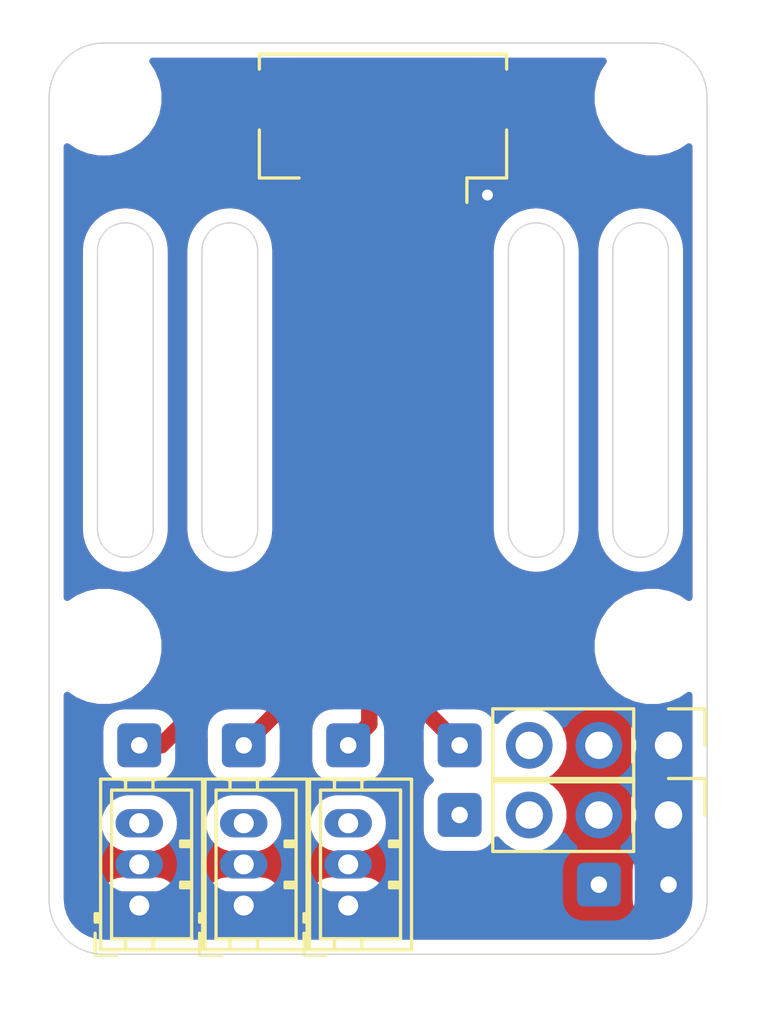
<source format=kicad_pcb>
(kicad_pcb (version 20171130) (host pcbnew "(5.1.9)-1")

  (general
    (thickness 1.6)
    (drawings 24)
    (tracks 12)
    (zones 0)
    (modules 17)
    (nets 8)
  )

  (page A4)
  (layers
    (0 F.Cu signal)
    (31 B.Cu signal)
    (32 B.Adhes user)
    (33 F.Adhes user)
    (34 B.Paste user)
    (35 F.Paste user)
    (36 B.SilkS user)
    (37 F.SilkS user)
    (38 B.Mask user)
    (39 F.Mask user)
    (40 Dwgs.User user)
    (41 Cmts.User user)
    (42 Eco1.User user)
    (43 Eco2.User user)
    (44 Edge.Cuts user)
    (45 Margin user)
    (46 B.CrtYd user)
    (47 F.CrtYd user)
    (48 B.Fab user hide)
    (49 F.Fab user hide)
  )

  (setup
    (last_trace_width 0.6)
    (user_trace_width 0.6)
    (trace_clearance 0.2)
    (zone_clearance 0.508)
    (zone_45_only no)
    (trace_min 0.2)
    (via_size 0.8)
    (via_drill 0.4)
    (via_min_size 0.4)
    (via_min_drill 0.3)
    (uvia_size 0.3)
    (uvia_drill 0.1)
    (uvias_allowed no)
    (uvia_min_size 0.2)
    (uvia_min_drill 0.1)
    (edge_width 0.05)
    (segment_width 0.2)
    (pcb_text_width 0.3)
    (pcb_text_size 1.5 1.5)
    (mod_edge_width 0.12)
    (mod_text_size 1 1)
    (mod_text_width 0.15)
    (pad_size 1.6 1.6)
    (pad_drill 0.6)
    (pad_to_mask_clearance 0)
    (aux_axis_origin 0 0)
    (visible_elements 7FFFFF7F)
    (pcbplotparams
      (layerselection 0x010fc_ffffffff)
      (usegerberextensions false)
      (usegerberattributes true)
      (usegerberadvancedattributes true)
      (creategerberjobfile true)
      (excludeedgelayer true)
      (linewidth 0.100000)
      (plotframeref false)
      (viasonmask false)
      (mode 1)
      (useauxorigin false)
      (hpglpennumber 1)
      (hpglpenspeed 20)
      (hpglpendiameter 15.000000)
      (psnegative false)
      (psa4output false)
      (plotreference true)
      (plotvalue true)
      (plotinvisibletext false)
      (padsonsilk false)
      (subtractmaskfromsilk false)
      (outputformat 1)
      (mirror false)
      (drillshape 0)
      (scaleselection 1)
      (outputdirectory "gerber"))
  )

  (net 0 "")
  (net 1 "Net-(J1-Pad3)")
  (net 2 GND)
  (net 3 +BATT)
  (net 4 "Net-(J1-Pad6)")
  (net 5 "Net-(J1-Pad5)")
  (net 6 "Net-(J1-Pad4)")
  (net 7 "Net-(J11-Pad3)")

  (net_class Default "This is the default net class."
    (clearance 0.2)
    (trace_width 0.25)
    (via_dia 0.8)
    (via_drill 0.4)
    (uvia_dia 0.3)
    (uvia_drill 0.1)
    (add_net +BATT)
    (add_net GND)
    (add_net "Net-(J1-Pad3)")
    (add_net "Net-(J1-Pad4)")
    (add_net "Net-(J1-Pad5)")
    (add_net "Net-(J1-Pad6)")
    (add_net "Net-(J11-Pad3)")
  )

  (module Connector_Wire:SolderWire-0.1sqmm_1x01_D0.4mm_OD1mm (layer F.Cu) (tedit 5EB70B42) (tstamp 629550CA)
    (at 103.886 125.984 180)
    (descr "Soldered wire connection, for a single 0.1 mm² wire, basic insulation, conductor diameter 0.4mm, outer diameter 1mm, size source Multi-Contact FLEXI-E 0.1 (https://ec.staubli.com/AcroFiles/Catalogues/TM_Cab-Main-11014119_(en)_hi.pdf), bend radius 3 times outer diameter, generated with kicad-footprint-generator")
    (tags "connector wire 0.1sqmm")
    (path /61199C10)
    (attr virtual)
    (fp_text reference J13 (at 0 -2) (layer F.SilkS) hide
      (effects (font (size 1 1) (thickness 0.15)))
    )
    (fp_text value Conn_01x01 (at 0 2) (layer F.Fab) hide
      (effects (font (size 1 1) (thickness 0.15)))
    )
    (fp_text user %R (at 0 0) (layer F.Fab) hide
      (effects (font (size 0.25 0.25) (thickness 0.04)))
    )
    (fp_circle (center 0 0) (end 0.5 0) (layer F.Fab) (width 0.1))
    (fp_line (start -1.3 -1.3) (end -1.3 1.3) (layer F.CrtYd) (width 0.05))
    (fp_line (start -1.3 1.3) (end 1.3 1.3) (layer F.CrtYd) (width 0.05))
    (fp_line (start 1.3 1.3) (end 1.3 -1.3) (layer F.CrtYd) (width 0.05))
    (fp_line (start 1.3 -1.3) (end -1.3 -1.3) (layer F.CrtYd) (width 0.05))
    (pad 1 thru_hole roundrect (at 0 0 180) (size 1.6 1.6) (drill 0.6) (layers *.Cu *.Mask) (roundrect_rratio 0.15625)
      (net 4 "Net-(J1-Pad6)"))
    (model ${KISYS3DMOD}/Connector_Wire.3dshapes/SolderWire-0.1sqmm_1x01_D0.4mm_OD1mm.wrl
      (at (xyz 0 0 0))
      (scale (xyz 1 1 1))
      (rotate (xyz 0 0 0))
    )
  )

  (module Connector_Wire:SolderWire-0.1sqmm_1x01_D0.4mm_OD1mm (layer F.Cu) (tedit 5EB70B42) (tstamp 6295506A)
    (at 115.57 128.524 90)
    (descr "Soldered wire connection, for a single 0.1 mm² wire, basic insulation, conductor diameter 0.4mm, outer diameter 1mm, size source Multi-Contact FLEXI-E 0.1 (https://ec.staubli.com/AcroFiles/Catalogues/TM_Cab-Main-11014119_(en)_hi.pdf), bend radius 3 times outer diameter, generated with kicad-footprint-generator")
    (tags "connector wire 0.1sqmm")
    (path /629742D5)
    (attr virtual)
    (fp_text reference J12 (at 0 -2 90) (layer F.SilkS) hide
      (effects (font (size 1 1) (thickness 0.15)))
    )
    (fp_text value Conn_01x01 (at 0 2 90) (layer F.Fab) hide
      (effects (font (size 1 1) (thickness 0.15)))
    )
    (fp_text user %R (at 0 0 90) (layer F.Fab) hide
      (effects (font (size 0.25 0.25) (thickness 0.04)))
    )
    (fp_circle (center 0 0) (end 0.5 0) (layer F.Fab) (width 0.1))
    (fp_line (start -1.3 -1.3) (end -1.3 1.3) (layer F.CrtYd) (width 0.05))
    (fp_line (start -1.3 1.3) (end 1.3 1.3) (layer F.CrtYd) (width 0.05))
    (fp_line (start 1.3 1.3) (end 1.3 -1.3) (layer F.CrtYd) (width 0.05))
    (fp_line (start 1.3 -1.3) (end -1.3 -1.3) (layer F.CrtYd) (width 0.05))
    (pad 1 thru_hole roundrect (at 0 0 90) (size 1.6 1.6) (drill 0.6) (layers *.Cu *.Mask) (roundrect_rratio 0.15625)
      (net 7 "Net-(J11-Pad3)"))
    (model ${KISYS3DMOD}/Connector_Wire.3dshapes/SolderWire-0.1sqmm_1x01_D0.4mm_OD1mm.wrl
      (at (xyz 0 0 0))
      (scale (xyz 1 1 1))
      (rotate (xyz 0 0 0))
    )
  )

  (module Connector_Wire:SolderWire-0.1sqmm_1x01_D0.4mm_OD1mm (layer F.Cu) (tedit 5EB70B42) (tstamp 6295504C)
    (at 120.65 131.064 270)
    (descr "Soldered wire connection, for a single 0.1 mm² wire, basic insulation, conductor diameter 0.4mm, outer diameter 1mm, size source Multi-Contact FLEXI-E 0.1 (https://ec.staubli.com/AcroFiles/Catalogues/TM_Cab-Main-11014119_(en)_hi.pdf), bend radius 3 times outer diameter, generated with kicad-footprint-generator")
    (tags "connector wire 0.1sqmm")
    (path /6295EAB7)
    (attr virtual)
    (fp_text reference J10 (at 0 -2 90) (layer F.SilkS) hide
      (effects (font (size 1 1) (thickness 0.15)))
    )
    (fp_text value Conn_01x01 (at 0 2 90) (layer F.Fab) hide
      (effects (font (size 1 1) (thickness 0.15)))
    )
    (fp_text user %R (at 0 0 90) (layer F.Fab) hide
      (effects (font (size 0.25 0.25) (thickness 0.04)))
    )
    (fp_circle (center 0 0) (end 0.5 0) (layer F.Fab) (width 0.1))
    (fp_line (start -1.3 -1.3) (end -1.3 1.3) (layer F.CrtYd) (width 0.05))
    (fp_line (start -1.3 1.3) (end 1.3 1.3) (layer F.CrtYd) (width 0.05))
    (fp_line (start 1.3 1.3) (end 1.3 -1.3) (layer F.CrtYd) (width 0.05))
    (fp_line (start 1.3 -1.3) (end -1.3 -1.3) (layer F.CrtYd) (width 0.05))
    (pad 1 thru_hole roundrect (at 0 0 270) (size 1.6 1.6) (drill 0.6) (layers *.Cu *.Mask) (roundrect_rratio 0.15625)
      (net 3 +BATT))
    (model ${KISYS3DMOD}/Connector_Wire.3dshapes/SolderWire-0.1sqmm_1x01_D0.4mm_OD1mm.wrl
      (at (xyz 0 0 0))
      (scale (xyz 1 1 1))
      (rotate (xyz 0 0 0))
    )
  )

  (module Connector_Wire:SolderWire-0.1sqmm_1x01_D0.4mm_OD1mm (layer F.Cu) (tedit 5EB70B42) (tstamp 6295502E)
    (at 115.57 125.984 90)
    (descr "Soldered wire connection, for a single 0.1 mm² wire, basic insulation, conductor diameter 0.4mm, outer diameter 1mm, size source Multi-Contact FLEXI-E 0.1 (https://ec.staubli.com/AcroFiles/Catalogues/TM_Cab-Main-11014119_(en)_hi.pdf), bend radius 3 times outer diameter, generated with kicad-footprint-generator")
    (tags "connector wire 0.1sqmm")
    (path /61181143)
    (attr virtual)
    (fp_text reference J9 (at 0 -2 90) (layer F.SilkS) hide
      (effects (font (size 1 1) (thickness 0.15)))
    )
    (fp_text value Conn_01x01 (at 0 2 90) (layer F.Fab) hide
      (effects (font (size 1 1) (thickness 0.15)))
    )
    (fp_text user %R (at 0 0 90) (layer F.Fab) hide
      (effects (font (size 0.25 0.25) (thickness 0.04)))
    )
    (fp_circle (center 0 0) (end 0.5 0) (layer F.Fab) (width 0.1))
    (fp_line (start -1.3 -1.3) (end -1.3 1.3) (layer F.CrtYd) (width 0.05))
    (fp_line (start -1.3 1.3) (end 1.3 1.3) (layer F.CrtYd) (width 0.05))
    (fp_line (start 1.3 1.3) (end 1.3 -1.3) (layer F.CrtYd) (width 0.05))
    (fp_line (start 1.3 -1.3) (end -1.3 -1.3) (layer F.CrtYd) (width 0.05))
    (pad 1 thru_hole roundrect (at 0 0 90) (size 1.6 1.6) (drill 0.6) (layers *.Cu *.Mask) (roundrect_rratio 0.15625)
      (net 1 "Net-(J1-Pad3)"))
    (model ${KISYS3DMOD}/Connector_Wire.3dshapes/SolderWire-0.1sqmm_1x01_D0.4mm_OD1mm.wrl
      (at (xyz 0 0 0))
      (scale (xyz 1 1 1))
      (rotate (xyz 0 0 0))
    )
  )

  (module Connector_Wire:SolderWire-0.1sqmm_1x01_D0.4mm_OD1mm (layer F.Cu) (tedit 5EB70B42) (tstamp 62954FB0)
    (at 111.506 125.984)
    (descr "Soldered wire connection, for a single 0.1 mm² wire, basic insulation, conductor diameter 0.4mm, outer diameter 1mm, size source Multi-Contact FLEXI-E 0.1 (https://ec.staubli.com/AcroFiles/Catalogues/TM_Cab-Main-11014119_(en)_hi.pdf), bend radius 3 times outer diameter, generated with kicad-footprint-generator")
    (tags "connector wire 0.1sqmm")
    (path /6118060C)
    (attr virtual)
    (fp_text reference J8 (at 0 -2) (layer F.SilkS) hide
      (effects (font (size 1 1) (thickness 0.15)))
    )
    (fp_text value Conn_01x01 (at 0 2) (layer F.Fab) hide
      (effects (font (size 1 1) (thickness 0.15)))
    )
    (fp_text user %R (at 0 0) (layer F.Fab) hide
      (effects (font (size 0.25 0.25) (thickness 0.04)))
    )
    (fp_circle (center 0 0) (end 0.5 0) (layer F.Fab) (width 0.1))
    (fp_line (start -1.3 -1.3) (end -1.3 1.3) (layer F.CrtYd) (width 0.05))
    (fp_line (start -1.3 1.3) (end 1.3 1.3) (layer F.CrtYd) (width 0.05))
    (fp_line (start 1.3 1.3) (end 1.3 -1.3) (layer F.CrtYd) (width 0.05))
    (fp_line (start 1.3 -1.3) (end -1.3 -1.3) (layer F.CrtYd) (width 0.05))
    (pad 1 thru_hole roundrect (at 0 0) (size 1.6 1.6) (drill 0.6) (layers *.Cu *.Mask) (roundrect_rratio 0.15625)
      (net 6 "Net-(J1-Pad4)"))
    (model ${KISYS3DMOD}/Connector_Wire.3dshapes/SolderWire-0.1sqmm_1x01_D0.4mm_OD1mm.wrl
      (at (xyz 0 0 0))
      (scale (xyz 1 1 1))
      (rotate (xyz 0 0 0))
    )
  )

  (module Connector_Wire:SolderWire-0.1sqmm_1x01_D0.4mm_OD1mm (layer F.Cu) (tedit 5EB70B42) (tstamp 62954FCE)
    (at 107.696 125.984)
    (descr "Soldered wire connection, for a single 0.1 mm² wire, basic insulation, conductor diameter 0.4mm, outer diameter 1mm, size source Multi-Contact FLEXI-E 0.1 (https://ec.staubli.com/AcroFiles/Catalogues/TM_Cab-Main-11014119_(en)_hi.pdf), bend radius 3 times outer diameter, generated with kicad-footprint-generator")
    (tags "connector wire 0.1sqmm")
    (path /6117E1ED)
    (attr virtual)
    (fp_text reference J7 (at 0 -2) (layer F.SilkS) hide
      (effects (font (size 1 1) (thickness 0.15)))
    )
    (fp_text value Conn_01x01 (at 0 2) (layer F.Fab) hide
      (effects (font (size 1 1) (thickness 0.15)))
    )
    (fp_text user %R (at 0 0) (layer F.Fab) hide
      (effects (font (size 0.25 0.25) (thickness 0.04)))
    )
    (fp_circle (center 0 0) (end 0.5 0) (layer F.Fab) (width 0.1))
    (fp_line (start -1.3 -1.3) (end -1.3 1.3) (layer F.CrtYd) (width 0.05))
    (fp_line (start -1.3 1.3) (end 1.3 1.3) (layer F.CrtYd) (width 0.05))
    (fp_line (start 1.3 1.3) (end 1.3 -1.3) (layer F.CrtYd) (width 0.05))
    (fp_line (start 1.3 -1.3) (end -1.3 -1.3) (layer F.CrtYd) (width 0.05))
    (pad 1 thru_hole roundrect (at 0 0) (size 1.6 1.6) (drill 0.6) (layers *.Cu *.Mask) (roundrect_rratio 0.15625)
      (net 5 "Net-(J1-Pad5)"))
    (model ${KISYS3DMOD}/Connector_Wire.3dshapes/SolderWire-0.1sqmm_1x01_D0.4mm_OD1mm.wrl
      (at (xyz 0 0 0))
      (scale (xyz 1 1 1))
      (rotate (xyz 0 0 0))
    )
  )

  (module Connector_Wire:SolderWire-0.1sqmm_1x01_D0.4mm_OD1mm (layer F.Cu) (tedit 5EB70B42) (tstamp 62954F92)
    (at 123.19 131.064 270)
    (descr "Soldered wire connection, for a single 0.1 mm² wire, basic insulation, conductor diameter 0.4mm, outer diameter 1mm, size source Multi-Contact FLEXI-E 0.1 (https://ec.staubli.com/AcroFiles/Catalogues/TM_Cab-Main-11014119_(en)_hi.pdf), bend radius 3 times outer diameter, generated with kicad-footprint-generator")
    (tags "connector wire 0.1sqmm")
    (path /62953EBE)
    (attr virtual)
    (fp_text reference J6 (at 0 -2 90) (layer F.SilkS) hide
      (effects (font (size 1 1) (thickness 0.15)))
    )
    (fp_text value Conn_01x01 (at 0 2 90) (layer F.Fab) hide
      (effects (font (size 1 1) (thickness 0.15)))
    )
    (fp_text user %R (at 0 0 90) (layer F.Fab) hide
      (effects (font (size 0.25 0.25) (thickness 0.04)))
    )
    (fp_circle (center 0 0) (end 0.5 0) (layer F.Fab) (width 0.1))
    (fp_line (start -1.3 -1.3) (end -1.3 1.3) (layer F.CrtYd) (width 0.05))
    (fp_line (start -1.3 1.3) (end 1.3 1.3) (layer F.CrtYd) (width 0.05))
    (fp_line (start 1.3 1.3) (end 1.3 -1.3) (layer F.CrtYd) (width 0.05))
    (fp_line (start 1.3 -1.3) (end -1.3 -1.3) (layer F.CrtYd) (width 0.05))
    (pad 1 thru_hole roundrect (at 0 0 270) (size 1.6 1.6) (drill 0.6) (layers *.Cu *.Mask) (roundrect_rratio 0.15625)
      (net 2 GND))
    (model ${KISYS3DMOD}/Connector_Wire.3dshapes/SolderWire-0.1sqmm_1x01_D0.4mm_OD1mm.wrl
      (at (xyz 0 0 0))
      (scale (xyz 1 1 1))
      (rotate (xyz 0 0 0))
    )
  )

  (module RC-PCBs:JST_ZH_B3B-ZR_1x03_P1.50mm_Vertical (layer F.Cu) (tedit 5E793890) (tstamp 62954F14)
    (at 111.506 131.826 90)
    (descr "JST ZH series connector, B3B-ZR (http://www.jst-mfg.com/product/pdf/eng/eZH.pdf), generated with kicad-footprint-generator")
    (tags "connector JST ZH vertical")
    (path /6112D870)
    (fp_text reference J4 (at 1.5 -2.5 90) (layer F.SilkS) hide
      (effects (font (size 1 1) (thickness 0.15)))
    )
    (fp_text value Conn_01x03 (at 1.5 3.4 90) (layer F.Fab) hide
      (effects (font (size 1 1) (thickness 0.15)))
    )
    (fp_text user %R (at 1.5 1.5 90) (layer F.Fab) hide
      (effects (font (size 1 1) (thickness 0.15)))
    )
    (fp_line (start -1.61 -1.41) (end -1.61 2.31) (layer F.SilkS) (width 0.12))
    (fp_line (start -1.61 2.31) (end 4.61 2.31) (layer F.SilkS) (width 0.12))
    (fp_line (start 4.61 2.31) (end 4.61 -1.41) (layer F.SilkS) (width 0.12))
    (fp_line (start 4.61 -1.41) (end -1.61 -1.41) (layer F.SilkS) (width 0.12))
    (fp_line (start -0.3 -1.41) (end -0.3 -1.61) (layer F.SilkS) (width 0.12))
    (fp_line (start -0.3 -1.61) (end -0.6 -1.61) (layer F.SilkS) (width 0.12))
    (fp_line (start -0.6 -1.61) (end -0.6 -1.41) (layer F.SilkS) (width 0.12))
    (fp_line (start -0.3 -1.51) (end -0.6 -1.51) (layer F.SilkS) (width 0.12))
    (fp_line (start -1.21 -1.01) (end -1.21 1.91) (layer F.SilkS) (width 0.12))
    (fp_line (start -1.21 1.91) (end 4.21 1.91) (layer F.SilkS) (width 0.12))
    (fp_line (start 4.21 1.91) (end 4.21 -1.01) (layer F.SilkS) (width 0.12))
    (fp_line (start 4.21 -1.01) (end -1.21 -1.01) (layer F.SilkS) (width 0.12))
    (fp_line (start -1.61 -0.5) (end -1.21 -0.5) (layer F.SilkS) (width 0.12))
    (fp_line (start -1.61 0.5) (end -1.21 0.5) (layer F.SilkS) (width 0.12))
    (fp_line (start 4.61 -0.5) (end 4.21 -0.5) (layer F.SilkS) (width 0.12))
    (fp_line (start 4.61 0.5) (end 4.21 0.5) (layer F.SilkS) (width 0.12))
    (fp_line (start 0.65 1.91) (end 0.65 1.51) (layer F.SilkS) (width 0.12))
    (fp_line (start 0.65 1.51) (end 0.85 1.51) (layer F.SilkS) (width 0.12))
    (fp_line (start 0.85 1.51) (end 0.85 1.91) (layer F.SilkS) (width 0.12))
    (fp_line (start 0.75 1.91) (end 0.75 1.51) (layer F.SilkS) (width 0.12))
    (fp_line (start 2.15 1.91) (end 2.15 1.51) (layer F.SilkS) (width 0.12))
    (fp_line (start 2.15 1.51) (end 2.35 1.51) (layer F.SilkS) (width 0.12))
    (fp_line (start 2.35 1.51) (end 2.35 1.91) (layer F.SilkS) (width 0.12))
    (fp_line (start 2.25 1.91) (end 2.25 1.51) (layer F.SilkS) (width 0.12))
    (fp_line (start -1.01 -1.61) (end -1.81 -1.61) (layer F.SilkS) (width 0.12))
    (fp_line (start -1.81 -1.61) (end -1.81 -0.81) (layer F.SilkS) (width 0.12))
    (fp_line (start -1.01 -1.61) (end -1.81 -1.61) (layer F.Fab) (width 0.1))
    (fp_line (start -1.81 -1.61) (end -1.81 -0.81) (layer F.Fab) (width 0.1))
    (fp_line (start -1.5 -1.3) (end -1.5 2.2) (layer F.Fab) (width 0.1))
    (fp_line (start -1.5 2.2) (end 4.5 2.2) (layer F.Fab) (width 0.1))
    (fp_line (start 4.5 2.2) (end 4.5 -1.3) (layer F.Fab) (width 0.1))
    (fp_line (start 4.5 -1.3) (end -1.5 -1.3) (layer F.Fab) (width 0.1))
    (fp_line (start -2 -1.8) (end -2 2.7) (layer F.CrtYd) (width 0.05))
    (fp_line (start -2 2.7) (end 5 2.7) (layer F.CrtYd) (width 0.05))
    (fp_line (start 5 2.7) (end 5 -1.8) (layer F.CrtYd) (width 0.05))
    (fp_line (start 5 -1.8) (end -2 -1.8) (layer F.CrtYd) (width 0.05))
    (pad 3 thru_hole oval (at 3 0 90) (size 1.03 1.73) (drill 0.73) (layers *.Cu *.Mask)
      (net 6 "Net-(J1-Pad4)"))
    (pad 2 thru_hole oval (at 1.5 0 90) (size 1.03 1.73) (drill 0.73) (layers *.Cu *.Mask)
      (net 3 +BATT))
    (pad 1 thru_hole roundrect (at 0 0 90) (size 1.03 1.73) (drill 0.73) (layers *.Cu *.Mask) (roundrect_rratio 0.2427174757281553)
      (net 2 GND))
    (model ${KISYS3DMOD}/Connector_JST.3dshapes/JST_ZH_B3B-ZR_1x03_P1.50mm_Vertical.wrl
      (at (xyz 0 0 0))
      (scale (xyz 1 1 1))
      (rotate (xyz 0 0 0))
    )
  )

  (module RC-PCBs:JST_ZH_B3B-ZR_1x03_P1.50mm_Vertical (layer F.Cu) (tedit 5E793890) (tstamp 62954ED2)
    (at 107.696 131.826 90)
    (descr "JST ZH series connector, B3B-ZR (http://www.jst-mfg.com/product/pdf/eng/eZH.pdf), generated with kicad-footprint-generator")
    (tags "connector JST ZH vertical")
    (path /6112CA1B)
    (fp_text reference J3 (at 1.5 -2.5 90) (layer F.SilkS) hide
      (effects (font (size 1 1) (thickness 0.15)))
    )
    (fp_text value Conn_01x03 (at 1.5 3.4 90) (layer F.Fab) hide
      (effects (font (size 1 1) (thickness 0.15)))
    )
    (fp_text user %R (at 1.5 1.5 90) (layer F.Fab) hide
      (effects (font (size 1 1) (thickness 0.15)))
    )
    (fp_line (start -1.61 -1.41) (end -1.61 2.31) (layer F.SilkS) (width 0.12))
    (fp_line (start -1.61 2.31) (end 4.61 2.31) (layer F.SilkS) (width 0.12))
    (fp_line (start 4.61 2.31) (end 4.61 -1.41) (layer F.SilkS) (width 0.12))
    (fp_line (start 4.61 -1.41) (end -1.61 -1.41) (layer F.SilkS) (width 0.12))
    (fp_line (start -0.3 -1.41) (end -0.3 -1.61) (layer F.SilkS) (width 0.12))
    (fp_line (start -0.3 -1.61) (end -0.6 -1.61) (layer F.SilkS) (width 0.12))
    (fp_line (start -0.6 -1.61) (end -0.6 -1.41) (layer F.SilkS) (width 0.12))
    (fp_line (start -0.3 -1.51) (end -0.6 -1.51) (layer F.SilkS) (width 0.12))
    (fp_line (start -1.21 -1.01) (end -1.21 1.91) (layer F.SilkS) (width 0.12))
    (fp_line (start -1.21 1.91) (end 4.21 1.91) (layer F.SilkS) (width 0.12))
    (fp_line (start 4.21 1.91) (end 4.21 -1.01) (layer F.SilkS) (width 0.12))
    (fp_line (start 4.21 -1.01) (end -1.21 -1.01) (layer F.SilkS) (width 0.12))
    (fp_line (start -1.61 -0.5) (end -1.21 -0.5) (layer F.SilkS) (width 0.12))
    (fp_line (start -1.61 0.5) (end -1.21 0.5) (layer F.SilkS) (width 0.12))
    (fp_line (start 4.61 -0.5) (end 4.21 -0.5) (layer F.SilkS) (width 0.12))
    (fp_line (start 4.61 0.5) (end 4.21 0.5) (layer F.SilkS) (width 0.12))
    (fp_line (start 0.65 1.91) (end 0.65 1.51) (layer F.SilkS) (width 0.12))
    (fp_line (start 0.65 1.51) (end 0.85 1.51) (layer F.SilkS) (width 0.12))
    (fp_line (start 0.85 1.51) (end 0.85 1.91) (layer F.SilkS) (width 0.12))
    (fp_line (start 0.75 1.91) (end 0.75 1.51) (layer F.SilkS) (width 0.12))
    (fp_line (start 2.15 1.91) (end 2.15 1.51) (layer F.SilkS) (width 0.12))
    (fp_line (start 2.15 1.51) (end 2.35 1.51) (layer F.SilkS) (width 0.12))
    (fp_line (start 2.35 1.51) (end 2.35 1.91) (layer F.SilkS) (width 0.12))
    (fp_line (start 2.25 1.91) (end 2.25 1.51) (layer F.SilkS) (width 0.12))
    (fp_line (start -1.01 -1.61) (end -1.81 -1.61) (layer F.SilkS) (width 0.12))
    (fp_line (start -1.81 -1.61) (end -1.81 -0.81) (layer F.SilkS) (width 0.12))
    (fp_line (start -1.01 -1.61) (end -1.81 -1.61) (layer F.Fab) (width 0.1))
    (fp_line (start -1.81 -1.61) (end -1.81 -0.81) (layer F.Fab) (width 0.1))
    (fp_line (start -1.5 -1.3) (end -1.5 2.2) (layer F.Fab) (width 0.1))
    (fp_line (start -1.5 2.2) (end 4.5 2.2) (layer F.Fab) (width 0.1))
    (fp_line (start 4.5 2.2) (end 4.5 -1.3) (layer F.Fab) (width 0.1))
    (fp_line (start 4.5 -1.3) (end -1.5 -1.3) (layer F.Fab) (width 0.1))
    (fp_line (start -2 -1.8) (end -2 2.7) (layer F.CrtYd) (width 0.05))
    (fp_line (start -2 2.7) (end 5 2.7) (layer F.CrtYd) (width 0.05))
    (fp_line (start 5 2.7) (end 5 -1.8) (layer F.CrtYd) (width 0.05))
    (fp_line (start 5 -1.8) (end -2 -1.8) (layer F.CrtYd) (width 0.05))
    (pad 3 thru_hole oval (at 3 0 90) (size 1.03 1.73) (drill 0.73) (layers *.Cu *.Mask)
      (net 5 "Net-(J1-Pad5)"))
    (pad 2 thru_hole oval (at 1.5 0 90) (size 1.03 1.73) (drill 0.73) (layers *.Cu *.Mask)
      (net 3 +BATT))
    (pad 1 thru_hole roundrect (at 0 0 90) (size 1.03 1.73) (drill 0.73) (layers *.Cu *.Mask) (roundrect_rratio 0.2427174757281553)
      (net 2 GND))
    (model ${KISYS3DMOD}/Connector_JST.3dshapes/JST_ZH_B3B-ZR_1x03_P1.50mm_Vertical.wrl
      (at (xyz 0 0 0))
      (scale (xyz 1 1 1))
      (rotate (xyz 0 0 0))
    )
  )

  (module RC-PCBs:JST_ZH_B3B-ZR_1x03_P1.50mm_Vertical (layer F.Cu) (tedit 5E793890) (tstamp 62954F56)
    (at 103.886 131.826 90)
    (descr "JST ZH series connector, B3B-ZR (http://www.jst-mfg.com/product/pdf/eng/eZH.pdf), generated with kicad-footprint-generator")
    (tags "connector JST ZH vertical")
    (path /611285D8)
    (fp_text reference J2 (at 1.5 -2.5 90) (layer F.SilkS) hide
      (effects (font (size 1 1) (thickness 0.15)))
    )
    (fp_text value Conn_01x03 (at 1.5 3.4 90) (layer F.Fab) hide
      (effects (font (size 1 1) (thickness 0.15)))
    )
    (fp_text user %R (at 1.5 1.5 90) (layer F.Fab) hide
      (effects (font (size 1 1) (thickness 0.15)))
    )
    (fp_line (start -1.61 -1.41) (end -1.61 2.31) (layer F.SilkS) (width 0.12))
    (fp_line (start -1.61 2.31) (end 4.61 2.31) (layer F.SilkS) (width 0.12))
    (fp_line (start 4.61 2.31) (end 4.61 -1.41) (layer F.SilkS) (width 0.12))
    (fp_line (start 4.61 -1.41) (end -1.61 -1.41) (layer F.SilkS) (width 0.12))
    (fp_line (start -0.3 -1.41) (end -0.3 -1.61) (layer F.SilkS) (width 0.12))
    (fp_line (start -0.3 -1.61) (end -0.6 -1.61) (layer F.SilkS) (width 0.12))
    (fp_line (start -0.6 -1.61) (end -0.6 -1.41) (layer F.SilkS) (width 0.12))
    (fp_line (start -0.3 -1.51) (end -0.6 -1.51) (layer F.SilkS) (width 0.12))
    (fp_line (start -1.21 -1.01) (end -1.21 1.91) (layer F.SilkS) (width 0.12))
    (fp_line (start -1.21 1.91) (end 4.21 1.91) (layer F.SilkS) (width 0.12))
    (fp_line (start 4.21 1.91) (end 4.21 -1.01) (layer F.SilkS) (width 0.12))
    (fp_line (start 4.21 -1.01) (end -1.21 -1.01) (layer F.SilkS) (width 0.12))
    (fp_line (start -1.61 -0.5) (end -1.21 -0.5) (layer F.SilkS) (width 0.12))
    (fp_line (start -1.61 0.5) (end -1.21 0.5) (layer F.SilkS) (width 0.12))
    (fp_line (start 4.61 -0.5) (end 4.21 -0.5) (layer F.SilkS) (width 0.12))
    (fp_line (start 4.61 0.5) (end 4.21 0.5) (layer F.SilkS) (width 0.12))
    (fp_line (start 0.65 1.91) (end 0.65 1.51) (layer F.SilkS) (width 0.12))
    (fp_line (start 0.65 1.51) (end 0.85 1.51) (layer F.SilkS) (width 0.12))
    (fp_line (start 0.85 1.51) (end 0.85 1.91) (layer F.SilkS) (width 0.12))
    (fp_line (start 0.75 1.91) (end 0.75 1.51) (layer F.SilkS) (width 0.12))
    (fp_line (start 2.15 1.91) (end 2.15 1.51) (layer F.SilkS) (width 0.12))
    (fp_line (start 2.15 1.51) (end 2.35 1.51) (layer F.SilkS) (width 0.12))
    (fp_line (start 2.35 1.51) (end 2.35 1.91) (layer F.SilkS) (width 0.12))
    (fp_line (start 2.25 1.91) (end 2.25 1.51) (layer F.SilkS) (width 0.12))
    (fp_line (start -1.01 -1.61) (end -1.81 -1.61) (layer F.SilkS) (width 0.12))
    (fp_line (start -1.81 -1.61) (end -1.81 -0.81) (layer F.SilkS) (width 0.12))
    (fp_line (start -1.01 -1.61) (end -1.81 -1.61) (layer F.Fab) (width 0.1))
    (fp_line (start -1.81 -1.61) (end -1.81 -0.81) (layer F.Fab) (width 0.1))
    (fp_line (start -1.5 -1.3) (end -1.5 2.2) (layer F.Fab) (width 0.1))
    (fp_line (start -1.5 2.2) (end 4.5 2.2) (layer F.Fab) (width 0.1))
    (fp_line (start 4.5 2.2) (end 4.5 -1.3) (layer F.Fab) (width 0.1))
    (fp_line (start 4.5 -1.3) (end -1.5 -1.3) (layer F.Fab) (width 0.1))
    (fp_line (start -2 -1.8) (end -2 2.7) (layer F.CrtYd) (width 0.05))
    (fp_line (start -2 2.7) (end 5 2.7) (layer F.CrtYd) (width 0.05))
    (fp_line (start 5 2.7) (end 5 -1.8) (layer F.CrtYd) (width 0.05))
    (fp_line (start 5 -1.8) (end -2 -1.8) (layer F.CrtYd) (width 0.05))
    (pad 3 thru_hole oval (at 3 0 90) (size 1.03 1.73) (drill 0.73) (layers *.Cu *.Mask)
      (net 4 "Net-(J1-Pad6)"))
    (pad 2 thru_hole oval (at 1.5 0 90) (size 1.03 1.73) (drill 0.73) (layers *.Cu *.Mask)
      (net 3 +BATT))
    (pad 1 thru_hole roundrect (at 0 0 90) (size 1.03 1.73) (drill 0.73) (layers *.Cu *.Mask) (roundrect_rratio 0.2427174757281553)
      (net 2 GND))
    (model ${KISYS3DMOD}/Connector_JST.3dshapes/JST_ZH_B3B-ZR_1x03_P1.50mm_Vertical.wrl
      (at (xyz 0 0 0))
      (scale (xyz 1 1 1))
      (rotate (xyz 0 0 0))
    )
  )

  (module MountingHole:MountingHole_2.2mm_M2 (layer F.Cu) (tedit 61150B2C) (tstamp 6112E80D)
    (at 122.596 122.376)
    (descr "Mounting Hole 2.2mm, no annular, M2")
    (tags "mounting hole 2.2mm no annular m2")
    (path /61155815)
    (attr virtual)
    (fp_text reference H4 (at 0 -3.2) (layer F.SilkS) hide
      (effects (font (size 1 1) (thickness 0.15)))
    )
    (fp_text value MountingHole (at 0 3.2) (layer F.Fab) hide
      (effects (font (size 1 1) (thickness 0.15)))
    )
    (fp_circle (center 0 0) (end 2.2 0) (layer Cmts.User) (width 0.15))
    (fp_circle (center 0 0) (end 2.45 0) (layer F.CrtYd) (width 0.05))
    (fp_text user %R (at 0.3 0) (layer F.Fab) hide
      (effects (font (size 1 1) (thickness 0.15)))
    )
    (pad "" np_thru_hole circle (at 0 0) (size 2.2 2.2) (drill 2.2) (layers *.Cu *.Mask)
      (clearance 1))
  )

  (module Connector_PinHeader_2.54mm:PinHeader_1x03_P2.54mm_Vertical (layer F.Cu) (tedit 59FED5CC) (tstamp 62954FF8)
    (at 123.19 128.524 270)
    (descr "Through hole straight pin header, 1x03, 2.54mm pitch, single row")
    (tags "Through hole pin header THT 1x03 2.54mm single row")
    (path /62971FA0)
    (fp_text reference J11 (at 0 -2.33 90) (layer F.SilkS) hide
      (effects (font (size 1 1) (thickness 0.15)))
    )
    (fp_text value Conn_01x03 (at 0 7.41 90) (layer F.Fab) hide
      (effects (font (size 1 1) (thickness 0.15)))
    )
    (fp_line (start 1.8 -1.8) (end -1.8 -1.8) (layer F.CrtYd) (width 0.05))
    (fp_line (start 1.8 6.85) (end 1.8 -1.8) (layer F.CrtYd) (width 0.05))
    (fp_line (start -1.8 6.85) (end 1.8 6.85) (layer F.CrtYd) (width 0.05))
    (fp_line (start -1.8 -1.8) (end -1.8 6.85) (layer F.CrtYd) (width 0.05))
    (fp_line (start -1.33 -1.33) (end 0 -1.33) (layer F.SilkS) (width 0.12))
    (fp_line (start -1.33 0) (end -1.33 -1.33) (layer F.SilkS) (width 0.12))
    (fp_line (start -1.33 1.27) (end 1.33 1.27) (layer F.SilkS) (width 0.12))
    (fp_line (start 1.33 1.27) (end 1.33 6.41) (layer F.SilkS) (width 0.12))
    (fp_line (start -1.33 1.27) (end -1.33 6.41) (layer F.SilkS) (width 0.12))
    (fp_line (start -1.33 6.41) (end 1.33 6.41) (layer F.SilkS) (width 0.12))
    (fp_line (start -1.27 -0.635) (end -0.635 -1.27) (layer F.Fab) (width 0.1))
    (fp_line (start -1.27 6.35) (end -1.27 -0.635) (layer F.Fab) (width 0.1))
    (fp_line (start 1.27 6.35) (end -1.27 6.35) (layer F.Fab) (width 0.1))
    (fp_line (start 1.27 -1.27) (end 1.27 6.35) (layer F.Fab) (width 0.1))
    (fp_line (start -0.635 -1.27) (end 1.27 -1.27) (layer F.Fab) (width 0.1))
    (fp_text user %R (at 0 2.54) (layer F.Fab) hide
      (effects (font (size 1 1) (thickness 0.15)))
    )
    (pad 3 thru_hole oval (at 0 5.08 270) (size 1.7 1.7) (drill 1) (layers *.Cu *.Mask)
      (net 7 "Net-(J11-Pad3)"))
    (pad 2 thru_hole oval (at 0 2.54 270) (size 1.7 1.7) (drill 1) (layers *.Cu *.Mask)
      (net 3 +BATT))
    (pad 1 thru_hole rect (at 0 0 270) (size 1.7 1.7) (drill 1) (layers *.Cu *.Mask)
      (net 2 GND))
    (model ${KISYS3DMOD}/Connector_PinHeader_2.54mm.3dshapes/PinHeader_1x03_P2.54mm_Vertical.wrl
      (at (xyz 0 0 0))
      (scale (xyz 1 1 1))
      (rotate (xyz 0 0 0))
    )
  )

  (module Connector_JST:JST_SHL_SM06B-SHLS-TF_1x06-1MP_P1.00mm_Horizontal (layer F.Cu) (tedit 5B78AD87) (tstamp 6112DF1A)
    (at 112.776 103.886 180)
    (descr "JST SHL series connector, SM06B-SHLS-TF (http://www.jst-mfg.com/product/pdf/eng/eSHL.pdf), generated with kicad-footprint-generator")
    (tags "connector JST SHL top entry")
    (path /61123FD6)
    (attr smd)
    (fp_text reference J1 (at 0 -3.5) (layer F.SilkS) hide
      (effects (font (size 1 1) (thickness 0.15)))
    )
    (fp_text value Conn_01x06 (at 0 4.2) (layer F.Fab) hide
      (effects (font (size 1 1) (thickness 0.15)))
    )
    (fp_line (start -2.5 -0.592893) (end -2 -1.3) (layer F.Fab) (width 0.1))
    (fp_line (start -3 -1.3) (end -2.5 -0.592893) (layer F.Fab) (width 0.1))
    (fp_line (start 4.9 -2.8) (end -4.9 -2.8) (layer F.CrtYd) (width 0.05))
    (fp_line (start 4.9 3.5) (end 4.9 -2.8) (layer F.CrtYd) (width 0.05))
    (fp_line (start -4.9 3.5) (end 4.9 3.5) (layer F.CrtYd) (width 0.05))
    (fp_line (start -4.9 -2.8) (end -4.9 3.5) (layer F.CrtYd) (width 0.05))
    (fp_line (start 4.4 -1.3) (end 4.4 3) (layer F.Fab) (width 0.1))
    (fp_line (start -4.4 -1.3) (end -4.4 3) (layer F.Fab) (width 0.1))
    (fp_line (start -4.4 3) (end 4.4 3) (layer F.Fab) (width 0.1))
    (fp_line (start 4.51 3.11) (end 4.51 2.56) (layer F.SilkS) (width 0.12))
    (fp_line (start -4.51 3.11) (end 4.51 3.11) (layer F.SilkS) (width 0.12))
    (fp_line (start -4.51 2.56) (end -4.51 3.11) (layer F.SilkS) (width 0.12))
    (fp_line (start 4.51 -1.41) (end 3.06 -1.41) (layer F.SilkS) (width 0.12))
    (fp_line (start 4.51 0.34) (end 4.51 -1.41) (layer F.SilkS) (width 0.12))
    (fp_line (start -3.06 -1.41) (end -3.06 -2.3) (layer F.SilkS) (width 0.12))
    (fp_line (start -4.51 -1.41) (end -3.06 -1.41) (layer F.SilkS) (width 0.12))
    (fp_line (start -4.51 0.34) (end -4.51 -1.41) (layer F.SilkS) (width 0.12))
    (fp_line (start -4.4 -1.3) (end 4.4 -1.3) (layer F.Fab) (width 0.1))
    (fp_text user %R (at 0 0.5) (layer F.Fab) hide
      (effects (font (size 1 1) (thickness 0.15)))
    )
    (pad MP smd roundrect (at 3.95 1.45 180) (size 0.9 1.7) (layers F.Cu F.Paste F.Mask) (roundrect_rratio 0.25))
    (pad MP smd roundrect (at -3.95 1.45 180) (size 0.9 1.7) (layers F.Cu F.Paste F.Mask) (roundrect_rratio 0.25))
    (pad 6 smd roundrect (at 2.5 -1.675 180) (size 0.6 1.25) (layers F.Cu F.Paste F.Mask) (roundrect_rratio 0.25)
      (net 4 "Net-(J1-Pad6)"))
    (pad 5 smd roundrect (at 1.5 -1.675 180) (size 0.6 1.25) (layers F.Cu F.Paste F.Mask) (roundrect_rratio 0.25)
      (net 5 "Net-(J1-Pad5)"))
    (pad 4 smd roundrect (at 0.5 -1.675 180) (size 0.6 1.25) (layers F.Cu F.Paste F.Mask) (roundrect_rratio 0.25)
      (net 6 "Net-(J1-Pad4)"))
    (pad 3 smd roundrect (at -0.5 -1.675 180) (size 0.6 1.25) (layers F.Cu F.Paste F.Mask) (roundrect_rratio 0.25)
      (net 1 "Net-(J1-Pad3)"))
    (pad 2 smd roundrect (at -1.5 -1.675 180) (size 0.6 1.25) (layers F.Cu F.Paste F.Mask) (roundrect_rratio 0.25)
      (net 3 +BATT))
    (pad 1 smd roundrect (at -2.5 -1.675 180) (size 0.6 1.25) (layers F.Cu F.Paste F.Mask) (roundrect_rratio 0.25)
      (net 2 GND))
    (model ${KISYS3DMOD}/Connector_JST.3dshapes/JST_SHL_SM06B-SHLS-TF_1x06-1MP_P1.00mm_Horizontal.wrl
      (at (xyz 0 0 0))
      (scale (xyz 1 1 1))
      (rotate (xyz 0 0 0))
    )
  )

  (module Connector_PinHeader_2.54mm:PinHeader_1x03_P2.54mm_Vertical (layer F.Cu) (tedit 59FED5CC) (tstamp 62955094)
    (at 123.19 125.984 270)
    (descr "Through hole straight pin header, 1x03, 2.54mm pitch, single row")
    (tags "Through hole pin header THT 1x03 2.54mm single row")
    (path /6116C28F)
    (fp_text reference J5 (at 0 -2.33 90) (layer F.SilkS) hide
      (effects (font (size 1 1) (thickness 0.15)))
    )
    (fp_text value Conn_01x03 (at 0 7.41 90) (layer F.Fab) hide
      (effects (font (size 1 1) (thickness 0.15)))
    )
    (fp_line (start 1.8 -1.8) (end -1.8 -1.8) (layer F.CrtYd) (width 0.05))
    (fp_line (start 1.8 6.85) (end 1.8 -1.8) (layer F.CrtYd) (width 0.05))
    (fp_line (start -1.8 6.85) (end 1.8 6.85) (layer F.CrtYd) (width 0.05))
    (fp_line (start -1.8 -1.8) (end -1.8 6.85) (layer F.CrtYd) (width 0.05))
    (fp_line (start -1.33 -1.33) (end 0 -1.33) (layer F.SilkS) (width 0.12))
    (fp_line (start -1.33 0) (end -1.33 -1.33) (layer F.SilkS) (width 0.12))
    (fp_line (start -1.33 1.27) (end 1.33 1.27) (layer F.SilkS) (width 0.12))
    (fp_line (start 1.33 1.27) (end 1.33 6.41) (layer F.SilkS) (width 0.12))
    (fp_line (start -1.33 1.27) (end -1.33 6.41) (layer F.SilkS) (width 0.12))
    (fp_line (start -1.33 6.41) (end 1.33 6.41) (layer F.SilkS) (width 0.12))
    (fp_line (start -1.27 -0.635) (end -0.635 -1.27) (layer F.Fab) (width 0.1))
    (fp_line (start -1.27 6.35) (end -1.27 -0.635) (layer F.Fab) (width 0.1))
    (fp_line (start 1.27 6.35) (end -1.27 6.35) (layer F.Fab) (width 0.1))
    (fp_line (start 1.27 -1.27) (end 1.27 6.35) (layer F.Fab) (width 0.1))
    (fp_line (start -0.635 -1.27) (end 1.27 -1.27) (layer F.Fab) (width 0.1))
    (fp_text user %R (at 0 2.54) (layer F.Fab) hide
      (effects (font (size 1 1) (thickness 0.15)))
    )
    (pad 3 thru_hole oval (at 0 5.08 270) (size 1.7 1.7) (drill 1) (layers *.Cu *.Mask)
      (net 1 "Net-(J1-Pad3)"))
    (pad 2 thru_hole oval (at 0 2.54 270) (size 1.7 1.7) (drill 1) (layers *.Cu *.Mask)
      (net 3 +BATT))
    (pad 1 thru_hole rect (at 0 0 270) (size 1.7 1.7) (drill 1) (layers *.Cu *.Mask)
      (net 2 GND))
    (model ${KISYS3DMOD}/Connector_PinHeader_2.54mm.3dshapes/PinHeader_1x03_P2.54mm_Vertical.wrl
      (at (xyz 0 0 0))
      (scale (xyz 1 1 1))
      (rotate (xyz 0 0 0))
    )
  )

  (module MountingHole:MountingHole_2.2mm_M2 (layer F.Cu) (tedit 61150B1E) (tstamp 6112E805)
    (at 122.596 102.376)
    (descr "Mounting Hole 2.2mm, no annular, M2")
    (tags "mounting hole 2.2mm no annular m2")
    (path /611551EF)
    (attr virtual)
    (fp_text reference H3 (at 0 -3.2) (layer F.SilkS) hide
      (effects (font (size 1 1) (thickness 0.15)))
    )
    (fp_text value MountingHole (at 0 3.2) (layer F.Fab) hide
      (effects (font (size 1 1) (thickness 0.15)))
    )
    (fp_circle (center 0 0) (end 2.2 0) (layer Cmts.User) (width 0.15))
    (fp_circle (center 0 0) (end 2.45 0) (layer F.CrtYd) (width 0.05))
    (fp_text user %R (at 0.3 0) (layer F.Fab) hide
      (effects (font (size 1 1) (thickness 0.15)))
    )
    (pad "" np_thru_hole circle (at 0 0) (size 2.2 2.2) (drill 2.2) (layers *.Cu *.Mask)
      (clearance 1))
  )

  (module MountingHole:MountingHole_2.2mm_M2 (layer F.Cu) (tedit 61150B28) (tstamp 6112E7FD)
    (at 102.596 122.376)
    (descr "Mounting Hole 2.2mm, no annular, M2")
    (tags "mounting hole 2.2mm no annular m2")
    (path /61154F7E)
    (attr virtual)
    (fp_text reference H2 (at 0 -3.2) (layer F.SilkS) hide
      (effects (font (size 1 1) (thickness 0.15)))
    )
    (fp_text value MountingHole (at 0 3.2) (layer F.Fab) hide
      (effects (font (size 1 1) (thickness 0.15)))
    )
    (fp_circle (center 0 0) (end 2.2 0) (layer Cmts.User) (width 0.15))
    (fp_circle (center 0 0) (end 2.45 0) (layer F.CrtYd) (width 0.05))
    (fp_text user %R (at 0.3 0) (layer F.Fab) hide
      (effects (font (size 1 1) (thickness 0.15)))
    )
    (pad "" np_thru_hole circle (at 0 0) (size 2.2 2.2) (drill 2.2) (layers *.Cu *.Mask)
      (clearance 1))
  )

  (module MountingHole:MountingHole_2.2mm_M2 (layer F.Cu) (tedit 61150B19) (tstamp 6112E7F5)
    (at 102.596 102.376)
    (descr "Mounting Hole 2.2mm, no annular, M2")
    (tags "mounting hole 2.2mm no annular m2")
    (path /61153AD3)
    (attr virtual)
    (fp_text reference H1 (at 0 -3.2) (layer F.SilkS) hide
      (effects (font (size 1 1) (thickness 0.15)))
    )
    (fp_text value MountingHole (at 0 3.2) (layer F.Fab) hide
      (effects (font (size 1 1) (thickness 0.15)))
    )
    (fp_circle (center 0 0) (end 2.2 0) (layer Cmts.User) (width 0.15))
    (fp_circle (center 0 0) (end 2.45 0) (layer F.CrtYd) (width 0.05))
    (fp_text user %R (at 0.3 0) (layer F.Fab) hide
      (effects (font (size 1 1) (thickness 0.15)))
    )
    (pad "" np_thru_hole circle (at 0 0) (size 2.2 2.2) (drill 2.2) (layers *.Cu *.Mask)
      (clearance 1))
  )

  (gr_line (start 124.596 102.376) (end 124.6 131.604) (layer Edge.Cuts) (width 0.05))
  (gr_arc (start 118.364 107.95) (end 117.348 107.95) (angle 180) (layer Edge.Cuts) (width 0.05) (tstamp 6295BB85))
  (gr_line (start 117.348 107.95) (end 117.348 118.11) (layer Edge.Cuts) (width 0.05) (tstamp 6295BB84))
  (gr_line (start 119.38 118.11) (end 119.38 107.95) (layer Edge.Cuts) (width 0.05) (tstamp 6295BB83))
  (gr_arc (start 118.364 118.11) (end 119.38 118.11) (angle 180) (layer Edge.Cuts) (width 0.05) (tstamp 6295BB82))
  (gr_arc (start 122.174 118.11) (end 123.19 118.11) (angle 180) (layer Edge.Cuts) (width 0.05) (tstamp 62955CC9))
  (gr_arc (start 122.174 107.95) (end 121.158 107.95) (angle 180) (layer Edge.Cuts) (width 0.05) (tstamp 62955CC7))
  (gr_line (start 123.19 118.11) (end 123.19 107.95) (layer Edge.Cuts) (width 0.05) (tstamp 62955CC5))
  (gr_line (start 121.158 107.95) (end 121.158 118.11) (layer Edge.Cuts) (width 0.05) (tstamp 62955CC4))
  (gr_arc (start 103.378 118.11) (end 104.394 118.11) (angle 180) (layer Edge.Cuts) (width 0.05) (tstamp 62955CBF))
  (gr_arc (start 103.378 107.95) (end 102.362 107.95) (angle 180) (layer Edge.Cuts) (width 0.05) (tstamp 62955CBE))
  (gr_line (start 104.394 118.11) (end 104.394 107.95) (layer Edge.Cuts) (width 0.05) (tstamp 62955CBD))
  (gr_line (start 102.362 107.95) (end 102.362 118.11) (layer Edge.Cuts) (width 0.05) (tstamp 62955CBC))
  (gr_line (start 108.204 118.11) (end 108.204 107.95) (layer Edge.Cuts) (width 0.05) (tstamp 62955CA7))
  (gr_line (start 106.172 107.95) (end 106.172 118.11) (layer Edge.Cuts) (width 0.05) (tstamp 62955CA6))
  (gr_arc (start 107.188 118.11) (end 108.204 118.11) (angle 180) (layer Edge.Cuts) (width 0.05) (tstamp 62955C93))
  (gr_arc (start 107.188 107.95) (end 106.172 107.95) (angle 180) (layer Edge.Cuts) (width 0.05))
  (gr_line (start 102.596 100.376) (end 122.596 100.376) (layer Edge.Cuts) (width 0.05) (tstamp 61167D2B))
  (gr_line (start 102.596 133.604) (end 122.6 133.604) (layer Edge.Cuts) (width 0.05) (tstamp 62954F86))
  (gr_line (start 100.596 131.604) (end 100.596 102.376) (layer Edge.Cuts) (width 0.05) (tstamp 61156931))
  (gr_arc (start 122.6 131.604) (end 122.6 133.604) (angle -90) (layer Edge.Cuts) (width 0.05))
  (gr_arc (start 122.596 102.376) (end 124.596 102.376) (angle -90) (layer Edge.Cuts) (width 0.05))
  (gr_arc (start 102.596 102.376) (end 102.596 100.376) (angle -90) (layer Edge.Cuts) (width 0.05))
  (gr_arc (start 102.596 131.604) (end 100.596 131.604) (angle -90) (layer Edge.Cuts) (width 0.05) (tstamp 62954F83))

  (segment (start 113.276 123.69) (end 115.57 125.984) (width 0.6) (layer F.Cu) (net 1))
  (segment (start 113.276 105.561) (end 113.276 123.69) (width 0.6) (layer F.Cu) (net 1))
  (via (at 116.586 105.918) (size 0.8) (drill 0.4) (layers F.Cu B.Cu) (net 2))
  (segment (start 116.229 105.561) (end 116.586 105.918) (width 0.6) (layer F.Cu) (net 2))
  (segment (start 115.276 105.561) (end 116.229 105.561) (width 0.6) (layer F.Cu) (net 2))
  (segment (start 110.276 120.394) (end 110.276 105.561) (width 0.6) (layer F.Cu) (net 4))
  (segment (start 104.686 125.984) (end 110.276 120.394) (width 0.6) (layer F.Cu) (net 4))
  (segment (start 103.886 125.984) (end 104.686 125.984) (width 0.6) (layer F.Cu) (net 4))
  (segment (start 111.276 122.404) (end 107.696 125.984) (width 0.6) (layer F.Cu) (net 5))
  (segment (start 111.276 105.561) (end 111.276 122.404) (width 0.6) (layer F.Cu) (net 5))
  (segment (start 112.276 125.214) (end 111.506 125.984) (width 0.6) (layer F.Cu) (net 6))
  (segment (start 112.276 105.561) (end 112.276 125.214) (width 0.6) (layer F.Cu) (net 6))

  (zone (net 3) (net_name +BATT) (layer F.Cu) (tstamp 629560E4) (hatch edge 0.508)
    (connect_pads yes (clearance 0.508))
    (min_thickness 0.254)
    (fill yes (arc_segments 32) (thermal_gap 0.508) (thermal_bridge_width 0.508))
    (polygon
      (pts
        (xy 126.746 136.144) (xy 98.806 136.144) (xy 98.806 98.806) (xy 126.746 98.806)
      )
    )
    (filled_polygon
      (pts
        (xy 108.121503 101.093382) (xy 107.990716 101.200716) (xy 107.883382 101.331503) (xy 107.803625 101.480717) (xy 107.754512 101.642623)
        (xy 107.737928 101.811) (xy 107.737928 103.061) (xy 107.754512 103.229377) (xy 107.803625 103.391283) (xy 107.883382 103.540497)
        (xy 107.990716 103.671284) (xy 108.121503 103.778618) (xy 108.270717 103.858375) (xy 108.432623 103.907488) (xy 108.601 103.924072)
        (xy 109.051 103.924072) (xy 109.219377 103.907488) (xy 109.381283 103.858375) (xy 109.530497 103.778618) (xy 109.661284 103.671284)
        (xy 109.768618 103.540497) (xy 109.848375 103.391283) (xy 109.897488 103.229377) (xy 109.914072 103.061) (xy 109.914072 101.811)
        (xy 109.897488 101.642623) (xy 109.848375 101.480717) (xy 109.768618 101.331503) (xy 109.661284 101.200716) (xy 109.530497 101.093382)
        (xy 109.423143 101.036) (xy 116.128857 101.036) (xy 116.021503 101.093382) (xy 115.890716 101.200716) (xy 115.783382 101.331503)
        (xy 115.703625 101.480717) (xy 115.654512 101.642623) (xy 115.637928 101.811) (xy 115.637928 103.061) (xy 115.654512 103.229377)
        (xy 115.703625 103.391283) (xy 115.783382 103.540497) (xy 115.890716 103.671284) (xy 116.021503 103.778618) (xy 116.170717 103.858375)
        (xy 116.332623 103.907488) (xy 116.501 103.924072) (xy 116.951 103.924072) (xy 117.119377 103.907488) (xy 117.281283 103.858375)
        (xy 117.430497 103.778618) (xy 117.561284 103.671284) (xy 117.668618 103.540497) (xy 117.748375 103.391283) (xy 117.797488 103.229377)
        (xy 117.814072 103.061) (xy 117.814072 101.811) (xy 117.797488 101.642623) (xy 117.748375 101.480717) (xy 117.668618 101.331503)
        (xy 117.561284 101.200716) (xy 117.430497 101.093382) (xy 117.323143 101.036) (xy 120.812969 101.036) (xy 120.622458 101.32112)
        (xy 120.454582 101.726408) (xy 120.369 102.15666) (xy 120.369 102.59534) (xy 120.454582 103.025592) (xy 120.622458 103.43088)
        (xy 120.866176 103.79563) (xy 121.17637 104.105824) (xy 121.54112 104.349542) (xy 121.946408 104.517418) (xy 122.37666 104.603)
        (xy 122.81534 104.603) (xy 123.245592 104.517418) (xy 123.65088 104.349542) (xy 123.936244 104.158868) (xy 123.938494 120.594635)
        (xy 123.65088 120.402458) (xy 123.245592 120.234582) (xy 122.81534 120.149) (xy 122.37666 120.149) (xy 121.946408 120.234582)
        (xy 121.54112 120.402458) (xy 121.17637 120.646176) (xy 120.866176 120.95637) (xy 120.622458 121.32112) (xy 120.454582 121.726408)
        (xy 120.369 122.15666) (xy 120.369 122.59534) (xy 120.454582 123.025592) (xy 120.622458 123.43088) (xy 120.866176 123.79563)
        (xy 121.17637 124.105824) (xy 121.54112 124.349542) (xy 121.946408 124.517418) (xy 122.092221 124.546422) (xy 121.985506 124.603463)
        (xy 121.888815 124.682815) (xy 121.809463 124.779506) (xy 121.750498 124.88982) (xy 121.714188 125.009518) (xy 121.701928 125.134)
        (xy 121.701928 126.834) (xy 121.714188 126.958482) (xy 121.750498 127.07818) (xy 121.809463 127.188494) (xy 121.863222 127.254)
        (xy 121.809463 127.319506) (xy 121.750498 127.42982) (xy 121.714188 127.549518) (xy 121.701928 127.674) (xy 121.701928 129.374)
        (xy 121.714188 129.498482) (xy 121.750498 129.61818) (xy 121.809463 129.728494) (xy 121.888815 129.825185) (xy 121.985506 129.904537)
        (xy 121.993395 129.908754) (xy 121.901595 130.020614) (xy 121.819528 130.17415) (xy 121.768992 130.340746) (xy 121.751928 130.514)
        (xy 121.751928 131.614) (xy 121.768992 131.787254) (xy 121.819528 131.95385) (xy 121.901595 132.107386) (xy 122.012038 132.241962)
        (xy 122.146614 132.352405) (xy 122.30015 132.434472) (xy 122.466746 132.485008) (xy 122.64 132.502072) (xy 123.584389 132.502072)
        (xy 123.548579 132.545979) (xy 123.347546 132.712288) (xy 123.118046 132.836378) (xy 122.868805 132.913531) (xy 122.578911 132.944)
        (xy 112.35362 132.944) (xy 112.460851 132.911472) (xy 112.614387 132.829405) (xy 112.748962 132.718962) (xy 112.859405 132.584387)
        (xy 112.941472 132.430851) (xy 112.992008 132.264255) (xy 113.009072 132.091001) (xy 113.009072 131.560999) (xy 112.992008 131.387745)
        (xy 112.941472 131.221149) (xy 112.859405 131.067613) (xy 112.748962 130.933038) (xy 112.614387 130.822595) (xy 112.460851 130.740528)
        (xy 112.294255 130.689992) (xy 112.121001 130.672928) (xy 110.890999 130.672928) (xy 110.717745 130.689992) (xy 110.551149 130.740528)
        (xy 110.397613 130.822595) (xy 110.263038 130.933038) (xy 110.152595 131.067613) (xy 110.070528 131.221149) (xy 110.019992 131.387745)
        (xy 110.002928 131.560999) (xy 110.002928 132.091001) (xy 110.019992 132.264255) (xy 110.070528 132.430851) (xy 110.152595 132.584387)
        (xy 110.263038 132.718962) (xy 110.397613 132.829405) (xy 110.551149 132.911472) (xy 110.65838 132.944) (xy 108.54362 132.944)
        (xy 108.650851 132.911472) (xy 108.804387 132.829405) (xy 108.938962 132.718962) (xy 109.049405 132.584387) (xy 109.131472 132.430851)
        (xy 109.182008 132.264255) (xy 109.199072 132.091001) (xy 109.199072 131.560999) (xy 109.182008 131.387745) (xy 109.131472 131.221149)
        (xy 109.049405 131.067613) (xy 108.938962 130.933038) (xy 108.804387 130.822595) (xy 108.650851 130.740528) (xy 108.484255 130.689992)
        (xy 108.311001 130.672928) (xy 107.080999 130.672928) (xy 106.907745 130.689992) (xy 106.741149 130.740528) (xy 106.587613 130.822595)
        (xy 106.453038 130.933038) (xy 106.342595 131.067613) (xy 106.260528 131.221149) (xy 106.209992 131.387745) (xy 106.192928 131.560999)
        (xy 106.192928 132.091001) (xy 106.209992 132.264255) (xy 106.260528 132.430851) (xy 106.342595 132.584387) (xy 106.453038 132.718962)
        (xy 106.587613 132.829405) (xy 106.741149 132.911472) (xy 106.84838 132.944) (xy 104.73362 132.944) (xy 104.840851 132.911472)
        (xy 104.994387 132.829405) (xy 105.128962 132.718962) (xy 105.239405 132.584387) (xy 105.321472 132.430851) (xy 105.372008 132.264255)
        (xy 105.389072 132.091001) (xy 105.389072 131.560999) (xy 105.372008 131.387745) (xy 105.321472 131.221149) (xy 105.239405 131.067613)
        (xy 105.128962 130.933038) (xy 104.994387 130.822595) (xy 104.840851 130.740528) (xy 104.674255 130.689992) (xy 104.501001 130.672928)
        (xy 103.270999 130.672928) (xy 103.097745 130.689992) (xy 102.931149 130.740528) (xy 102.777613 130.822595) (xy 102.643038 130.933038)
        (xy 102.532595 131.067613) (xy 102.450528 131.221149) (xy 102.399992 131.387745) (xy 102.382928 131.560999) (xy 102.382928 132.091001)
        (xy 102.399992 132.264255) (xy 102.450528 132.430851) (xy 102.532595 132.584387) (xy 102.643038 132.718962) (xy 102.777613 132.829405)
        (xy 102.931149 132.911472) (xy 103.03838 132.944) (xy 102.628279 132.944) (xy 102.33634 132.915375) (xy 102.086571 132.839965)
        (xy 101.856206 132.717477) (xy 101.654021 132.552579) (xy 101.487712 132.351546) (xy 101.363622 132.122046) (xy 101.286469 131.872805)
        (xy 101.256 131.582911) (xy 101.256 128.826) (xy 102.380436 128.826) (xy 102.40264 129.051439) (xy 102.468398 129.268215)
        (xy 102.575184 129.467997) (xy 102.718893 129.643107) (xy 102.894003 129.786816) (xy 103.093785 129.893602) (xy 103.310561 129.95936)
        (xy 103.479508 129.976) (xy 104.292492 129.976) (xy 104.461439 129.95936) (xy 104.678215 129.893602) (xy 104.877997 129.786816)
        (xy 105.053107 129.643107) (xy 105.196816 129.467997) (xy 105.303602 129.268215) (xy 105.36936 129.051439) (xy 105.391564 128.826)
        (xy 106.190436 128.826) (xy 106.21264 129.051439) (xy 106.278398 129.268215) (xy 106.385184 129.467997) (xy 106.528893 129.643107)
        (xy 106.704003 129.786816) (xy 106.903785 129.893602) (xy 107.120561 129.95936) (xy 107.289508 129.976) (xy 108.102492 129.976)
        (xy 108.271439 129.95936) (xy 108.488215 129.893602) (xy 108.687997 129.786816) (xy 108.863107 129.643107) (xy 109.006816 129.467997)
        (xy 109.113602 129.268215) (xy 109.17936 129.051439) (xy 109.201564 128.826) (xy 110.000436 128.826) (xy 110.02264 129.051439)
        (xy 110.088398 129.268215) (xy 110.195184 129.467997) (xy 110.338893 129.643107) (xy 110.514003 129.786816) (xy 110.713785 129.893602)
        (xy 110.930561 129.95936) (xy 111.099508 129.976) (xy 111.912492 129.976) (xy 112.081439 129.95936) (xy 112.298215 129.893602)
        (xy 112.497997 129.786816) (xy 112.673107 129.643107) (xy 112.816816 129.467997) (xy 112.923602 129.268215) (xy 112.98936 129.051439)
        (xy 113.011564 128.826) (xy 112.98936 128.600561) (xy 112.923602 128.383785) (xy 112.816816 128.184003) (xy 112.673107 128.008893)
        (xy 112.497997 127.865184) (xy 112.298215 127.758398) (xy 112.081439 127.69264) (xy 111.912492 127.676) (xy 111.099508 127.676)
        (xy 110.930561 127.69264) (xy 110.713785 127.758398) (xy 110.514003 127.865184) (xy 110.338893 128.008893) (xy 110.195184 128.184003)
        (xy 110.088398 128.383785) (xy 110.02264 128.600561) (xy 110.000436 128.826) (xy 109.201564 128.826) (xy 109.17936 128.600561)
        (xy 109.113602 128.383785) (xy 109.006816 128.184003) (xy 108.863107 128.008893) (xy 108.687997 127.865184) (xy 108.488215 127.758398)
        (xy 108.271439 127.69264) (xy 108.102492 127.676) (xy 107.289508 127.676) (xy 107.120561 127.69264) (xy 106.903785 127.758398)
        (xy 106.704003 127.865184) (xy 106.528893 128.008893) (xy 106.385184 128.184003) (xy 106.278398 128.383785) (xy 106.21264 128.600561)
        (xy 106.190436 128.826) (xy 105.391564 128.826) (xy 105.36936 128.600561) (xy 105.303602 128.383785) (xy 105.196816 128.184003)
        (xy 105.053107 128.008893) (xy 104.877997 127.865184) (xy 104.678215 127.758398) (xy 104.461439 127.69264) (xy 104.292492 127.676)
        (xy 103.479508 127.676) (xy 103.310561 127.69264) (xy 103.093785 127.758398) (xy 102.894003 127.865184) (xy 102.718893 128.008893)
        (xy 102.575184 128.184003) (xy 102.468398 128.383785) (xy 102.40264 128.600561) (xy 102.380436 128.826) (xy 101.256 128.826)
        (xy 101.256 125.434) (xy 102.447928 125.434) (xy 102.447928 126.534) (xy 102.464992 126.707254) (xy 102.515528 126.87385)
        (xy 102.597595 127.027386) (xy 102.708038 127.161962) (xy 102.842614 127.272405) (xy 102.99615 127.354472) (xy 103.162746 127.405008)
        (xy 103.336 127.422072) (xy 104.436 127.422072) (xy 104.609254 127.405008) (xy 104.77585 127.354472) (xy 104.929386 127.272405)
        (xy 105.063962 127.161962) (xy 105.174405 127.027386) (xy 105.256472 126.87385) (xy 105.307008 126.707254) (xy 105.309509 126.681856)
        (xy 105.350344 126.648344) (xy 105.37963 126.612659) (xy 106.257928 125.734361) (xy 106.257928 126.534) (xy 106.274992 126.707254)
        (xy 106.325528 126.87385) (xy 106.407595 127.027386) (xy 106.518038 127.161962) (xy 106.652614 127.272405) (xy 106.80615 127.354472)
        (xy 106.972746 127.405008) (xy 107.146 127.422072) (xy 108.246 127.422072) (xy 108.419254 127.405008) (xy 108.58585 127.354472)
        (xy 108.739386 127.272405) (xy 108.873962 127.161962) (xy 108.984405 127.027386) (xy 109.066472 126.87385) (xy 109.117008 126.707254)
        (xy 109.134072 126.534) (xy 109.134072 125.868217) (xy 111.341001 123.661288) (xy 111.341001 124.545928) (xy 110.956 124.545928)
        (xy 110.782746 124.562992) (xy 110.61615 124.613528) (xy 110.462614 124.695595) (xy 110.328038 124.806038) (xy 110.217595 124.940614)
        (xy 110.135528 125.09415) (xy 110.084992 125.260746) (xy 110.067928 125.434) (xy 110.067928 126.534) (xy 110.084992 126.707254)
        (xy 110.135528 126.87385) (xy 110.217595 127.027386) (xy 110.328038 127.161962) (xy 110.462614 127.272405) (xy 110.61615 127.354472)
        (xy 110.782746 127.405008) (xy 110.956 127.422072) (xy 112.056 127.422072) (xy 112.229254 127.405008) (xy 112.39585 127.354472)
        (xy 112.549386 127.272405) (xy 112.683962 127.161962) (xy 112.794405 127.027386) (xy 112.876472 126.87385) (xy 112.927008 126.707254)
        (xy 112.944072 126.534) (xy 112.944072 125.873801) (xy 113.057186 125.735972) (xy 113.144007 125.57354) (xy 113.197471 125.397292)
        (xy 113.211 125.259932) (xy 113.211 125.259926) (xy 113.215523 125.214001) (xy 113.211 125.168076) (xy 113.211 124.947289)
        (xy 114.131928 125.868217) (xy 114.131928 126.534) (xy 114.148992 126.707254) (xy 114.199528 126.87385) (xy 114.281595 127.027386)
        (xy 114.392038 127.161962) (xy 114.504187 127.254) (xy 114.392038 127.346038) (xy 114.281595 127.480614) (xy 114.199528 127.63415)
        (xy 114.148992 127.800746) (xy 114.131928 127.974) (xy 114.131928 129.074) (xy 114.148992 129.247254) (xy 114.199528 129.41385)
        (xy 114.281595 129.567386) (xy 114.392038 129.701962) (xy 114.526614 129.812405) (xy 114.68015 129.894472) (xy 114.846746 129.945008)
        (xy 115.02 129.962072) (xy 116.12 129.962072) (xy 116.293254 129.945008) (xy 116.45985 129.894472) (xy 116.613386 129.812405)
        (xy 116.747962 129.701962) (xy 116.858405 129.567386) (xy 116.930745 129.432049) (xy 116.956525 129.470632) (xy 117.163368 129.677475)
        (xy 117.406589 129.83999) (xy 117.676842 129.951932) (xy 117.96374 130.009) (xy 118.25626 130.009) (xy 118.543158 129.951932)
        (xy 118.813411 129.83999) (xy 119.056632 129.677475) (xy 119.263475 129.470632) (xy 119.42599 129.227411) (xy 119.537932 128.957158)
        (xy 119.595 128.67026) (xy 119.595 128.37774) (xy 119.537932 128.090842) (xy 119.42599 127.820589) (xy 119.263475 127.577368)
        (xy 119.056632 127.370525) (xy 118.88224 127.254) (xy 119.056632 127.137475) (xy 119.263475 126.930632) (xy 119.42599 126.687411)
        (xy 119.537932 126.417158) (xy 119.595 126.13026) (xy 119.595 125.83774) (xy 119.537932 125.550842) (xy 119.42599 125.280589)
        (xy 119.263475 125.037368) (xy 119.056632 124.830525) (xy 118.813411 124.66801) (xy 118.543158 124.556068) (xy 118.25626 124.499)
        (xy 117.96374 124.499) (xy 117.676842 124.556068) (xy 117.406589 124.66801) (xy 117.163368 124.830525) (xy 116.956525 125.037368)
        (xy 116.930745 125.075951) (xy 116.858405 124.940614) (xy 116.747962 124.806038) (xy 116.613386 124.695595) (xy 116.45985 124.613528)
        (xy 116.293254 124.562992) (xy 116.12 124.545928) (xy 115.454217 124.545928) (xy 114.211 123.302711) (xy 114.211 106.06719)
        (xy 114.214072 106.036) (xy 114.214072 105.561) (xy 114.336476 105.561) (xy 114.337928 105.575742) (xy 114.337928 106.036)
        (xy 114.353071 106.189745) (xy 114.397916 106.337582) (xy 114.470742 106.473829) (xy 114.568749 106.593251) (xy 114.688171 106.691258)
        (xy 114.824418 106.764084) (xy 114.972255 106.808929) (xy 115.126 106.824072) (xy 115.426 106.824072) (xy 115.579745 106.808929)
        (xy 115.727582 106.764084) (xy 115.863829 106.691258) (xy 115.88125 106.676961) (xy 115.926226 106.721937) (xy 116.095744 106.835205)
        (xy 116.284102 106.913226) (xy 116.484061 106.953) (xy 116.687939 106.953) (xy 116.887898 106.913226) (xy 117.076256 106.835205)
        (xy 117.186908 106.76127) (xy 117.180237 106.767988) (xy 117.137487 106.809851) (xy 117.131613 106.816952) (xy 117.006289 106.970614)
        (xy 116.973174 107.020456) (xy 116.93939 107.069796) (xy 116.935007 107.077902) (xy 116.841916 107.25298) (xy 116.819125 107.308275)
        (xy 116.795554 107.36327) (xy 116.792829 107.372073) (xy 116.735518 107.5619) (xy 116.7239 107.62058) (xy 116.711463 107.679087)
        (xy 116.7105 107.688252) (xy 116.69115 107.885594) (xy 116.69115 107.885599) (xy 116.688 107.917582) (xy 116.688001 118.142419)
        (xy 116.691249 118.175397) (xy 116.691249 118.188591) (xy 116.692212 118.197756) (xy 116.714315 118.394808) (xy 116.726747 118.453295)
        (xy 116.73837 118.511997) (xy 116.741096 118.5208) (xy 116.801052 118.709808) (xy 116.824612 118.764778) (xy 116.847414 118.820099)
        (xy 116.851797 118.828205) (xy 116.947324 119.001966) (xy 116.98113 119.051338) (xy 117.014221 119.101144) (xy 117.020095 119.108245)
        (xy 117.147552 119.260142) (xy 117.190263 119.301968) (xy 117.232441 119.344442) (xy 117.239583 119.350266) (xy 117.394116 119.474515)
        (xy 117.44417 119.507269) (xy 117.493765 119.540722) (xy 117.501901 119.545048) (xy 117.677625 119.636914) (xy 117.733078 119.659318)
        (xy 117.788233 119.682503) (xy 117.797055 119.685166) (xy 117.987276 119.741151) (xy 118.04601 119.752355) (xy 118.104633 119.764389)
        (xy 118.113805 119.765288) (xy 118.311277 119.783259) (xy 118.371094 119.782841) (xy 118.430911 119.783259) (xy 118.440083 119.782359)
        (xy 118.637284 119.761632) (xy 118.695834 119.749613) (xy 118.754639 119.738396) (xy 118.763461 119.735732) (xy 118.952882 119.677097)
        (xy 119.008009 119.653924) (xy 119.063492 119.631507) (xy 119.071629 119.627181) (xy 119.246052 119.53287) (xy 119.295636 119.499425)
        (xy 119.345699 119.466665) (xy 119.35284 119.460841) (xy 119.505624 119.334446) (xy 119.547744 119.292031) (xy 119.590513 119.250149)
        (xy 119.596387 119.243048) (xy 119.721711 119.089386) (xy 119.754803 119.039577) (xy 119.78861 118.990205) (xy 119.792993 118.982098)
        (xy 119.886084 118.80702) (xy 119.908875 118.751725) (xy 119.932446 118.69673) (xy 119.935171 118.687926) (xy 119.992482 118.4981)
        (xy 120.004098 118.439434) (xy 120.016537 118.380913) (xy 120.0175 118.371748) (xy 120.03685 118.174407) (xy 120.03685 118.174402)
        (xy 120.04 118.142419) (xy 120.04 107.917582) (xy 120.498 107.917582) (xy 120.498001 118.142419) (xy 120.501249 118.175397)
        (xy 120.501249 118.188591) (xy 120.502212 118.197756) (xy 120.524315 118.394808) (xy 120.536747 118.453295) (xy 120.54837 118.511997)
        (xy 120.551096 118.5208) (xy 120.611052 118.709808) (xy 120.634612 118.764778) (xy 120.657414 118.820099) (xy 120.661797 118.828205)
        (xy 120.757324 119.001966) (xy 120.79113 119.051338) (xy 120.824221 119.101144) (xy 120.830095 119.108245) (xy 120.957552 119.260142)
        (xy 121.000263 119.301968) (xy 121.042441 119.344442) (xy 121.049583 119.350266) (xy 121.204116 119.474515) (xy 121.25417 119.507269)
        (xy 121.303765 119.540722) (xy 121.311901 119.545048) (xy 121.487625 119.636914) (xy 121.543078 119.659318) (xy 121.598233 119.682503)
        (xy 121.607055 119.685166) (xy 121.797276 119.741151) (xy 121.85601 119.752355) (xy 121.914633 119.764389) (xy 121.923805 119.765288)
        (xy 122.121277 119.783259) (xy 122.181094 119.782841) (xy 122.240911 119.783259) (xy 122.250083 119.782359) (xy 122.447284 119.761632)
        (xy 122.505834 119.749613) (xy 122.564639 119.738396) (xy 122.573461 119.735732) (xy 122.762882 119.677097) (xy 122.818009 119.653924)
        (xy 122.873492 119.631507) (xy 122.881629 119.627181) (xy 123.056052 119.53287) (xy 123.105636 119.499425) (xy 123.155699 119.466665)
        (xy 123.16284 119.460841) (xy 123.315624 119.334446) (xy 123.357744 119.292031) (xy 123.400513 119.250149) (xy 123.406387 119.243048)
        (xy 123.531711 119.089386) (xy 123.564803 119.039577) (xy 123.59861 118.990205) (xy 123.602993 118.982098) (xy 123.696084 118.80702)
        (xy 123.718875 118.751725) (xy 123.742446 118.69673) (xy 123.745171 118.687926) (xy 123.802482 118.4981) (xy 123.814098 118.439434)
        (xy 123.826537 118.380913) (xy 123.8275 118.371748) (xy 123.84685 118.174407) (xy 123.84685 118.174402) (xy 123.85 118.142419)
        (xy 123.85 107.917581) (xy 123.846751 107.884593) (xy 123.846751 107.871409) (xy 123.845788 107.862244) (xy 123.823685 107.665192)
        (xy 123.811251 107.606699) (xy 123.79963 107.548003) (xy 123.796904 107.5392) (xy 123.736948 107.350193) (xy 123.7134 107.295249)
        (xy 123.690586 107.2399) (xy 123.686203 107.231794) (xy 123.590676 107.058034) (xy 123.556892 107.008695) (xy 123.523779 106.958855)
        (xy 123.517905 106.951755) (xy 123.390448 106.799857) (xy 123.347718 106.758013) (xy 123.305559 106.715558) (xy 123.298417 106.709734)
        (xy 123.143883 106.585485) (xy 123.093847 106.552742) (xy 123.044235 106.519278) (xy 123.036098 106.514952) (xy 122.860375 106.423086)
        (xy 122.804936 106.400688) (xy 122.749768 106.377497) (xy 122.740946 106.374834) (xy 122.550724 106.318849) (xy 122.492016 106.30765)
        (xy 122.433367 106.295611) (xy 122.424195 106.294712) (xy 122.226723 106.276741) (xy 122.166906 106.277159) (xy 122.107088 106.276741)
        (xy 122.097917 106.277641) (xy 121.900715 106.298368) (xy 121.842151 106.31039) (xy 121.783362 106.321604) (xy 121.77454 106.324268)
        (xy 121.585118 106.382903) (xy 121.530005 106.406071) (xy 121.474507 106.428493) (xy 121.466371 106.43282) (xy 121.291947 106.52713)
        (xy 121.242331 106.560597) (xy 121.192301 106.593335) (xy 121.18516 106.599159) (xy 121.032376 106.725553) (xy 120.990237 106.767988)
        (xy 120.947487 106.809851) (xy 120.941613 106.816952) (xy 120.816289 106.970614) (xy 120.783174 107.020456) (xy 120.74939 107.069796)
        (xy 120.745007 107.077902) (xy 120.651916 107.25298) (xy 120.629125 107.308275) (xy 120.605554 107.36327) (xy 120.602829 107.372073)
        (xy 120.545518 107.5619) (xy 120.5339 107.62058) (xy 120.521463 107.679087) (xy 120.5205 107.688252) (xy 120.50115 107.885594)
        (xy 120.50115 107.885599) (xy 120.498 107.917582) (xy 120.04 107.917582) (xy 120.04 107.917581) (xy 120.036751 107.884593)
        (xy 120.036751 107.871409) (xy 120.035788 107.862244) (xy 120.013685 107.665192) (xy 120.001251 107.606699) (xy 119.98963 107.548003)
        (xy 119.986904 107.5392) (xy 119.926948 107.350193) (xy 119.9034 107.295249) (xy 119.880586 107.2399) (xy 119.876203 107.231794)
        (xy 119.780676 107.058034) (xy 119.746892 107.008695) (xy 119.713779 106.958855) (xy 119.707905 106.951755) (xy 119.580448 106.799857)
        (xy 119.537718 106.758013) (xy 119.495559 106.715558) (xy 119.488417 106.709734) (xy 119.333883 106.585485) (xy 119.283847 106.552742)
        (xy 119.234235 106.519278) (xy 119.226098 106.514952) (xy 119.050375 106.423086) (xy 118.994936 106.400688) (xy 118.939768 106.377497)
        (xy 118.930946 106.374834) (xy 118.740724 106.318849) (xy 118.682016 106.30765) (xy 118.623367 106.295611) (xy 118.614195 106.294712)
        (xy 118.416723 106.276741) (xy 118.356906 106.277159) (xy 118.297088 106.276741) (xy 118.287917 106.277641) (xy 118.090715 106.298368)
        (xy 118.032151 106.31039) (xy 117.973362 106.321604) (xy 117.96454 106.324268) (xy 117.775118 106.382903) (xy 117.720005 106.406071)
        (xy 117.664507 106.428493) (xy 117.656371 106.43282) (xy 117.481947 106.52713) (xy 117.432331 106.560597) (xy 117.382301 106.593335)
        (xy 117.37516 106.599159) (xy 117.336903 106.630808) (xy 117.389937 106.577774) (xy 117.503205 106.408256) (xy 117.581226 106.219898)
        (xy 117.621 106.019939) (xy 117.621 105.816061) (xy 117.581226 105.616102) (xy 117.503205 105.427744) (xy 117.389937 105.258226)
        (xy 117.245774 105.114063) (xy 117.076256 105.000795) (xy 116.930858 104.940569) (xy 116.92263 104.932341) (xy 116.893344 104.896656)
        (xy 116.750972 104.779814) (xy 116.58854 104.692993) (xy 116.412292 104.639529) (xy 116.274932 104.626) (xy 116.229 104.621476)
        (xy 116.183068 104.626) (xy 116.063063 104.626) (xy 115.983251 104.528749) (xy 115.863829 104.430742) (xy 115.727582 104.357916)
        (xy 115.579745 104.313071) (xy 115.426 104.297928) (xy 115.126 104.297928) (xy 114.972255 104.313071) (xy 114.824418 104.357916)
        (xy 114.688171 104.430742) (xy 114.568749 104.528749) (xy 114.470742 104.648171) (xy 114.397916 104.784418) (xy 114.353071 104.932255)
        (xy 114.337928 105.086) (xy 114.337928 105.546258) (xy 114.336476 105.561) (xy 114.214072 105.561) (xy 114.214072 105.086)
        (xy 114.198929 104.932255) (xy 114.154084 104.784418) (xy 114.081258 104.648171) (xy 113.983251 104.528749) (xy 113.863829 104.430742)
        (xy 113.727582 104.357916) (xy 113.579745 104.313071) (xy 113.426 104.297928) (xy 113.126 104.297928) (xy 112.972255 104.313071)
        (xy 112.824418 104.357916) (xy 112.776 104.383796) (xy 112.727582 104.357916) (xy 112.579745 104.313071) (xy 112.426 104.297928)
        (xy 112.126 104.297928) (xy 111.972255 104.313071) (xy 111.824418 104.357916) (xy 111.776 104.383796) (xy 111.727582 104.357916)
        (xy 111.579745 104.313071) (xy 111.426 104.297928) (xy 111.126 104.297928) (xy 110.972255 104.313071) (xy 110.824418 104.357916)
        (xy 110.776 104.383796) (xy 110.727582 104.357916) (xy 110.579745 104.313071) (xy 110.426 104.297928) (xy 110.126 104.297928)
        (xy 109.972255 104.313071) (xy 109.824418 104.357916) (xy 109.688171 104.430742) (xy 109.568749 104.528749) (xy 109.470742 104.648171)
        (xy 109.397916 104.784418) (xy 109.353071 104.932255) (xy 109.337928 105.086) (xy 109.337928 106.036) (xy 109.341001 106.067199)
        (xy 109.341 120.006711) (xy 104.743881 124.60383) (xy 104.609254 124.562992) (xy 104.436 124.545928) (xy 103.336 124.545928)
        (xy 103.162746 124.562992) (xy 102.99615 124.613528) (xy 102.842614 124.695595) (xy 102.708038 124.806038) (xy 102.597595 124.940614)
        (xy 102.515528 125.09415) (xy 102.464992 125.260746) (xy 102.447928 125.434) (xy 101.256 125.434) (xy 101.256 124.159031)
        (xy 101.54112 124.349542) (xy 101.946408 124.517418) (xy 102.37666 124.603) (xy 102.81534 124.603) (xy 103.245592 124.517418)
        (xy 103.65088 124.349542) (xy 104.01563 124.105824) (xy 104.325824 123.79563) (xy 104.569542 123.43088) (xy 104.737418 123.025592)
        (xy 104.823 122.59534) (xy 104.823 122.15666) (xy 104.737418 121.726408) (xy 104.569542 121.32112) (xy 104.325824 120.95637)
        (xy 104.01563 120.646176) (xy 103.65088 120.402458) (xy 103.245592 120.234582) (xy 102.81534 120.149) (xy 102.37666 120.149)
        (xy 101.946408 120.234582) (xy 101.54112 120.402458) (xy 101.256 120.592969) (xy 101.256 107.917582) (xy 101.702 107.917582)
        (xy 101.702001 118.142419) (xy 101.705249 118.175397) (xy 101.705249 118.188591) (xy 101.706212 118.197756) (xy 101.728315 118.394808)
        (xy 101.740747 118.453295) (xy 101.75237 118.511997) (xy 101.755096 118.5208) (xy 101.815052 118.709808) (xy 101.838612 118.764778)
        (xy 101.861414 118.820099) (xy 101.865797 118.828205) (xy 101.961324 119.001966) (xy 101.99513 119.051338) (xy 102.028221 119.101144)
        (xy 102.034095 119.108245) (xy 102.161552 119.260142) (xy 102.204263 119.301968) (xy 102.246441 119.344442) (xy 102.253583 119.350266)
        (xy 102.408116 119.474515) (xy 102.45817 119.507269) (xy 102.507765 119.540722) (xy 102.515901 119.545048) (xy 102.691625 119.636914)
        (xy 102.747078 119.659318) (xy 102.802233 119.682503) (xy 102.811055 119.685166) (xy 103.001276 119.741151) (xy 103.06001 119.752355)
        (xy 103.118633 119.764389) (xy 103.127805 119.765288) (xy 103.325277 119.783259) (xy 103.385094 119.782841) (xy 103.444911 119.783259)
        (xy 103.454083 119.782359) (xy 103.651284 119.761632) (xy 103.709834 119.749613) (xy 103.768639 119.738396) (xy 103.777461 119.735732)
        (xy 103.966882 119.677097) (xy 104.022009 119.653924) (xy 104.077492 119.631507) (xy 104.085629 119.627181) (xy 104.260052 119.53287)
        (xy 104.309636 119.499425) (xy 104.359699 119.466665) (xy 104.36684 119.460841) (xy 104.519624 119.334446) (xy 104.561744 119.292031)
        (xy 104.604513 119.250149) (xy 104.610387 119.243048) (xy 104.735711 119.089386) (xy 104.768803 119.039577) (xy 104.80261 118.990205)
        (xy 104.806993 118.982098) (xy 104.900084 118.80702) (xy 104.922875 118.751725) (xy 104.946446 118.69673) (xy 104.949171 118.687926)
        (xy 105.006482 118.4981) (xy 105.018098 118.439434) (xy 105.030537 118.380913) (xy 105.0315 118.371748) (xy 105.05085 118.174407)
        (xy 105.05085 118.174402) (xy 105.054 118.142419) (xy 105.054 107.917582) (xy 105.512 107.917582) (xy 105.512001 118.142419)
        (xy 105.515249 118.175397) (xy 105.515249 118.188591) (xy 105.516212 118.197756) (xy 105.538315 118.394808) (xy 105.550747 118.453295)
        (xy 105.56237 118.511997) (xy 105.565096 118.5208) (xy 105.625052 118.709808) (xy 105.648612 118.764778) (xy 105.671414 118.820099)
        (xy 105.675797 118.828205) (xy 105.771324 119.001966) (xy 105.80513 119.051338) (xy 105.838221 119.101144) (xy 105.844095 119.108245)
        (xy 105.971552 119.260142) (xy 106.014263 119.301968) (xy 106.056441 119.344442) (xy 106.063583 119.350266) (xy 106.218116 119.474515)
        (xy 106.26817 119.507269) (xy 106.317765 119.540722) (xy 106.325901 119.545048) (xy 106.501625 119.636914) (xy 106.557078 119.659318)
        (xy 106.612233 119.682503) (xy 106.621055 119.685166) (xy 106.811276 119.741151) (xy 106.87001 119.752355) (xy 106.928633 119.764389)
        (xy 106.937805 119.765288) (xy 107.135277 119.783259) (xy 107.195094 119.782841) (xy 107.254911 119.783259) (xy 107.264083 119.782359)
        (xy 107.461284 119.761632) (xy 107.519834 119.749613) (xy 107.578639 119.738396) (xy 107.587461 119.735732) (xy 107.776882 119.677097)
        (xy 107.832009 119.653924) (xy 107.887492 119.631507) (xy 107.895629 119.627181) (xy 108.070052 119.53287) (xy 108.119636 119.499425)
        (xy 108.169699 119.466665) (xy 108.17684 119.460841) (xy 108.329624 119.334446) (xy 108.371744 119.292031) (xy 108.414513 119.250149)
        (xy 108.420387 119.243048) (xy 108.545711 119.089386) (xy 108.578803 119.039577) (xy 108.61261 118.990205) (xy 108.616993 118.982098)
        (xy 108.710084 118.80702) (xy 108.732875 118.751725) (xy 108.756446 118.69673) (xy 108.759171 118.687926) (xy 108.816482 118.4981)
        (xy 108.828098 118.439434) (xy 108.840537 118.380913) (xy 108.8415 118.371748) (xy 108.86085 118.174407) (xy 108.86085 118.174402)
        (xy 108.864 118.142419) (xy 108.864 107.917581) (xy 108.860751 107.884593) (xy 108.860751 107.871409) (xy 108.859788 107.862244)
        (xy 108.837685 107.665192) (xy 108.825251 107.606699) (xy 108.81363 107.548003) (xy 108.810904 107.5392) (xy 108.750948 107.350193)
        (xy 108.7274 107.295249) (xy 108.704586 107.2399) (xy 108.700203 107.231794) (xy 108.604676 107.058034) (xy 108.570892 107.008695)
        (xy 108.537779 106.958855) (xy 108.531905 106.951755) (xy 108.404448 106.799857) (xy 108.361718 106.758013) (xy 108.319559 106.715558)
        (xy 108.312417 106.709734) (xy 108.157883 106.585485) (xy 108.107847 106.552742) (xy 108.058235 106.519278) (xy 108.050098 106.514952)
        (xy 107.874375 106.423086) (xy 107.818936 106.400688) (xy 107.763768 106.377497) (xy 107.754946 106.374834) (xy 107.564724 106.318849)
        (xy 107.506016 106.30765) (xy 107.447367 106.295611) (xy 107.438195 106.294712) (xy 107.240723 106.276741) (xy 107.180906 106.277159)
        (xy 107.121088 106.276741) (xy 107.111917 106.277641) (xy 106.914715 106.298368) (xy 106.856151 106.31039) (xy 106.797362 106.321604)
        (xy 106.78854 106.324268) (xy 106.599118 106.382903) (xy 106.544005 106.406071) (xy 106.488507 106.428493) (xy 106.480371 106.43282)
        (xy 106.305947 106.52713) (xy 106.256331 106.560597) (xy 106.206301 106.593335) (xy 106.19916 106.599159) (xy 106.046376 106.725553)
        (xy 106.004237 106.767988) (xy 105.961487 106.809851) (xy 105.955613 106.816952) (xy 105.830289 106.970614) (xy 105.797174 107.020456)
        (xy 105.76339 107.069796) (xy 105.759007 107.077902) (xy 105.665916 107.25298) (xy 105.643125 107.308275) (xy 105.619554 107.36327)
        (xy 105.616829 107.372073) (xy 105.559518 107.5619) (xy 105.5479 107.62058) (xy 105.535463 107.679087) (xy 105.5345 107.688252)
        (xy 105.51515 107.885594) (xy 105.51515 107.885599) (xy 105.512 107.917582) (xy 105.054 107.917582) (xy 105.054 107.917581)
        (xy 105.050751 107.884593) (xy 105.050751 107.871409) (xy 105.049788 107.862244) (xy 105.027685 107.665192) (xy 105.015251 107.606699)
        (xy 105.00363 107.548003) (xy 105.000904 107.5392) (xy 104.940948 107.350193) (xy 104.9174 107.295249) (xy 104.894586 107.2399)
        (xy 104.890203 107.231794) (xy 104.794676 107.058034) (xy 104.760892 107.008695) (xy 104.727779 106.958855) (xy 104.721905 106.951755)
        (xy 104.594448 106.799857) (xy 104.551718 106.758013) (xy 104.509559 106.715558) (xy 104.502417 106.709734) (xy 104.347883 106.585485)
        (xy 104.297847 106.552742) (xy 104.248235 106.519278) (xy 104.240098 106.514952) (xy 104.064375 106.423086) (xy 104.008936 106.400688)
        (xy 103.953768 106.377497) (xy 103.944946 106.374834) (xy 103.754724 106.318849) (xy 103.696016 106.30765) (xy 103.637367 106.295611)
        (xy 103.628195 106.294712) (xy 103.430723 106.276741) (xy 103.370906 106.277159) (xy 103.311088 106.276741) (xy 103.301917 106.277641)
        (xy 103.104715 106.298368) (xy 103.046151 106.31039) (xy 102.987362 106.321604) (xy 102.97854 106.324268) (xy 102.789118 106.382903)
        (xy 102.734005 106.406071) (xy 102.678507 106.428493) (xy 102.670371 106.43282) (xy 102.495947 106.52713) (xy 102.446331 106.560597)
        (xy 102.396301 106.593335) (xy 102.38916 106.599159) (xy 102.236376 106.725553) (xy 102.194237 106.767988) (xy 102.151487 106.809851)
        (xy 102.145613 106.816952) (xy 102.020289 106.970614) (xy 101.987174 107.020456) (xy 101.95339 107.069796) (xy 101.949007 107.077902)
        (xy 101.855916 107.25298) (xy 101.833125 107.308275) (xy 101.809554 107.36327) (xy 101.806829 107.372073) (xy 101.749518 107.5619)
        (xy 101.7379 107.62058) (xy 101.725463 107.679087) (xy 101.7245 107.688252) (xy 101.70515 107.885594) (xy 101.70515 107.885599)
        (xy 101.702 107.917582) (xy 101.256 107.917582) (xy 101.256 104.159031) (xy 101.54112 104.349542) (xy 101.946408 104.517418)
        (xy 102.37666 104.603) (xy 102.81534 104.603) (xy 103.245592 104.517418) (xy 103.65088 104.349542) (xy 104.01563 104.105824)
        (xy 104.325824 103.79563) (xy 104.569542 103.43088) (xy 104.737418 103.025592) (xy 104.823 102.59534) (xy 104.823 102.15666)
        (xy 104.737418 101.726408) (xy 104.569542 101.32112) (xy 104.379031 101.036) (xy 108.228857 101.036)
      )
    )
  )
  (zone (net 2) (net_name GND) (layer B.Cu) (tstamp 629560E1) (hatch edge 0.508)
    (connect_pads yes (clearance 0.508))
    (min_thickness 0.254)
    (fill yes (arc_segments 32) (thermal_gap 0.508) (thermal_bridge_width 0.508))
    (polygon
      (pts
        (xy 126.746 136.144) (xy 98.806 136.144) (xy 98.806 98.806) (xy 126.746 98.806)
      )
    )
    (filled_polygon
      (pts
        (xy 120.622458 101.32112) (xy 120.454582 101.726408) (xy 120.369 102.15666) (xy 120.369 102.59534) (xy 120.454582 103.025592)
        (xy 120.622458 103.43088) (xy 120.866176 103.79563) (xy 121.17637 104.105824) (xy 121.54112 104.349542) (xy 121.946408 104.517418)
        (xy 122.37666 104.603) (xy 122.81534 104.603) (xy 123.245592 104.517418) (xy 123.65088 104.349542) (xy 123.936244 104.158868)
        (xy 123.938494 120.594635) (xy 123.65088 120.402458) (xy 123.245592 120.234582) (xy 122.81534 120.149) (xy 122.37666 120.149)
        (xy 121.946408 120.234582) (xy 121.54112 120.402458) (xy 121.17637 120.646176) (xy 120.866176 120.95637) (xy 120.622458 121.32112)
        (xy 120.454582 121.726408) (xy 120.369 122.15666) (xy 120.369 122.59534) (xy 120.454582 123.025592) (xy 120.622458 123.43088)
        (xy 120.866176 123.79563) (xy 121.17637 124.105824) (xy 121.54112 124.349542) (xy 121.946408 124.517418) (xy 122.37666 124.603)
        (xy 122.81534 124.603) (xy 123.245592 124.517418) (xy 123.65088 124.349542) (xy 123.938981 124.157039) (xy 123.939996 131.57176)
        (xy 123.911375 131.86366) (xy 123.835965 132.113429) (xy 123.713477 132.343794) (xy 123.548579 132.545979) (xy 123.347546 132.712288)
        (xy 123.118046 132.836378) (xy 122.868805 132.913531) (xy 122.578911 132.944) (xy 102.628279 132.944) (xy 102.33634 132.915375)
        (xy 102.086571 132.839965) (xy 101.856206 132.717477) (xy 101.654021 132.552579) (xy 101.487712 132.351546) (xy 101.363622 132.122046)
        (xy 101.286469 131.872805) (xy 101.256 131.582911) (xy 101.256 128.826) (xy 102.380436 128.826) (xy 102.40264 129.051439)
        (xy 102.468398 129.268215) (xy 102.575184 129.467997) (xy 102.66382 129.576) (xy 102.575184 129.684003) (xy 102.468398 129.883785)
        (xy 102.40264 130.100561) (xy 102.380436 130.326) (xy 102.40264 130.551439) (xy 102.468398 130.768215) (xy 102.575184 130.967997)
        (xy 102.718893 131.143107) (xy 102.894003 131.286816) (xy 103.093785 131.393602) (xy 103.310561 131.45936) (xy 103.479508 131.476)
        (xy 104.292492 131.476) (xy 104.461439 131.45936) (xy 104.678215 131.393602) (xy 104.877997 131.286816) (xy 105.053107 131.143107)
        (xy 105.196816 130.967997) (xy 105.303602 130.768215) (xy 105.36936 130.551439) (xy 105.391564 130.326) (xy 105.36936 130.100561)
        (xy 105.303602 129.883785) (xy 105.196816 129.684003) (xy 105.10818 129.576) (xy 105.196816 129.467997) (xy 105.303602 129.268215)
        (xy 105.36936 129.051439) (xy 105.391564 128.826) (xy 106.190436 128.826) (xy 106.21264 129.051439) (xy 106.278398 129.268215)
        (xy 106.385184 129.467997) (xy 106.47382 129.576) (xy 106.385184 129.684003) (xy 106.278398 129.883785) (xy 106.21264 130.100561)
        (xy 106.190436 130.326) (xy 106.21264 130.551439) (xy 106.278398 130.768215) (xy 106.385184 130.967997) (xy 106.528893 131.143107)
        (xy 106.704003 131.286816) (xy 106.903785 131.393602) (xy 107.120561 131.45936) (xy 107.289508 131.476) (xy 108.102492 131.476)
        (xy 108.271439 131.45936) (xy 108.488215 131.393602) (xy 108.687997 131.286816) (xy 108.863107 131.143107) (xy 109.006816 130.967997)
        (xy 109.113602 130.768215) (xy 109.17936 130.551439) (xy 109.201564 130.326) (xy 109.17936 130.100561) (xy 109.113602 129.883785)
        (xy 109.006816 129.684003) (xy 108.91818 129.576) (xy 109.006816 129.467997) (xy 109.113602 129.268215) (xy 109.17936 129.051439)
        (xy 109.201564 128.826) (xy 110.000436 128.826) (xy 110.02264 129.051439) (xy 110.088398 129.268215) (xy 110.195184 129.467997)
        (xy 110.28382 129.576) (xy 110.195184 129.684003) (xy 110.088398 129.883785) (xy 110.02264 130.100561) (xy 110.000436 130.326)
        (xy 110.02264 130.551439) (xy 110.088398 130.768215) (xy 110.195184 130.967997) (xy 110.338893 131.143107) (xy 110.514003 131.286816)
        (xy 110.713785 131.393602) (xy 110.930561 131.45936) (xy 111.099508 131.476) (xy 111.912492 131.476) (xy 112.081439 131.45936)
        (xy 112.298215 131.393602) (xy 112.497997 131.286816) (xy 112.673107 131.143107) (xy 112.816816 130.967997) (xy 112.923602 130.768215)
        (xy 112.98936 130.551439) (xy 113.011564 130.326) (xy 112.98936 130.100561) (xy 112.923602 129.883785) (xy 112.816816 129.684003)
        (xy 112.72818 129.576) (xy 112.816816 129.467997) (xy 112.923602 129.268215) (xy 112.98936 129.051439) (xy 113.011564 128.826)
        (xy 112.98936 128.600561) (xy 112.923602 128.383785) (xy 112.816816 128.184003) (xy 112.673107 128.008893) (xy 112.497997 127.865184)
        (xy 112.298215 127.758398) (xy 112.081439 127.69264) (xy 111.912492 127.676) (xy 111.099508 127.676) (xy 110.930561 127.69264)
        (xy 110.713785 127.758398) (xy 110.514003 127.865184) (xy 110.338893 128.008893) (xy 110.195184 128.184003) (xy 110.088398 128.383785)
        (xy 110.02264 128.600561) (xy 110.000436 128.826) (xy 109.201564 128.826) (xy 109.17936 128.600561) (xy 109.113602 128.383785)
        (xy 109.006816 128.184003) (xy 108.863107 128.008893) (xy 108.687997 127.865184) (xy 108.488215 127.758398) (xy 108.271439 127.69264)
        (xy 108.102492 127.676) (xy 107.289508 127.676) (xy 107.120561 127.69264) (xy 106.903785 127.758398) (xy 106.704003 127.865184)
        (xy 106.528893 128.008893) (xy 106.385184 128.184003) (xy 106.278398 128.383785) (xy 106.21264 128.600561) (xy 106.190436 128.826)
        (xy 105.391564 128.826) (xy 105.36936 128.600561) (xy 105.303602 128.383785) (xy 105.196816 128.184003) (xy 105.053107 128.008893)
        (xy 104.877997 127.865184) (xy 104.678215 127.758398) (xy 104.461439 127.69264) (xy 104.292492 127.676) (xy 103.479508 127.676)
        (xy 103.310561 127.69264) (xy 103.093785 127.758398) (xy 102.894003 127.865184) (xy 102.718893 128.008893) (xy 102.575184 128.184003)
        (xy 102.468398 128.383785) (xy 102.40264 128.600561) (xy 102.380436 128.826) (xy 101.256 128.826) (xy 101.256 125.434)
        (xy 102.447928 125.434) (xy 102.447928 126.534) (xy 102.464992 126.707254) (xy 102.515528 126.87385) (xy 102.597595 127.027386)
        (xy 102.708038 127.161962) (xy 102.842614 127.272405) (xy 102.99615 127.354472) (xy 103.162746 127.405008) (xy 103.336 127.422072)
        (xy 104.436 127.422072) (xy 104.609254 127.405008) (xy 104.77585 127.354472) (xy 104.929386 127.272405) (xy 105.063962 127.161962)
        (xy 105.174405 127.027386) (xy 105.256472 126.87385) (xy 105.307008 126.707254) (xy 105.324072 126.534) (xy 105.324072 125.434)
        (xy 106.257928 125.434) (xy 106.257928 126.534) (xy 106.274992 126.707254) (xy 106.325528 126.87385) (xy 106.407595 127.027386)
        (xy 106.518038 127.161962) (xy 106.652614 127.272405) (xy 106.80615 127.354472) (xy 106.972746 127.405008) (xy 107.146 127.422072)
        (xy 108.246 127.422072) (xy 108.419254 127.405008) (xy 108.58585 127.354472) (xy 108.739386 127.272405) (xy 108.873962 127.161962)
        (xy 108.984405 127.027386) (xy 109.066472 126.87385) (xy 109.117008 126.707254) (xy 109.134072 126.534) (xy 109.134072 125.434)
        (xy 110.067928 125.434) (xy 110.067928 126.534) (xy 110.084992 126.707254) (xy 110.135528 126.87385) (xy 110.217595 127.027386)
        (xy 110.328038 127.161962) (xy 110.462614 127.272405) (xy 110.61615 127.354472) (xy 110.782746 127.405008) (xy 110.956 127.422072)
        (xy 112.056 127.422072) (xy 112.229254 127.405008) (xy 112.39585 127.354472) (xy 112.549386 127.272405) (xy 112.683962 127.161962)
        (xy 112.794405 127.027386) (xy 112.876472 126.87385) (xy 112.927008 126.707254) (xy 112.944072 126.534) (xy 112.944072 125.434)
        (xy 114.131928 125.434) (xy 114.131928 126.534) (xy 114.148992 126.707254) (xy 114.199528 126.87385) (xy 114.281595 127.027386)
        (xy 114.392038 127.161962) (xy 114.504187 127.254) (xy 114.392038 127.346038) (xy 114.281595 127.480614) (xy 114.199528 127.63415)
        (xy 114.148992 127.800746) (xy 114.131928 127.974) (xy 114.131928 129.074) (xy 114.148992 129.247254) (xy 114.199528 129.41385)
        (xy 114.281595 129.567386) (xy 114.392038 129.701962) (xy 114.526614 129.812405) (xy 114.68015 129.894472) (xy 114.846746 129.945008)
        (xy 115.02 129.962072) (xy 116.12 129.962072) (xy 116.293254 129.945008) (xy 116.45985 129.894472) (xy 116.613386 129.812405)
        (xy 116.747962 129.701962) (xy 116.858405 129.567386) (xy 116.930745 129.432049) (xy 116.956525 129.470632) (xy 117.163368 129.677475)
        (xy 117.406589 129.83999) (xy 117.676842 129.951932) (xy 117.96374 130.009) (xy 118.25626 130.009) (xy 118.543158 129.951932)
        (xy 118.813411 129.83999) (xy 119.056632 129.677475) (xy 119.263475 129.470632) (xy 119.38 129.29624) (xy 119.496525 129.470632)
        (xy 119.703368 129.677475) (xy 119.741951 129.703255) (xy 119.606614 129.775595) (xy 119.472038 129.886038) (xy 119.361595 130.020614)
        (xy 119.279528 130.17415) (xy 119.228992 130.340746) (xy 119.211928 130.514) (xy 119.211928 131.614) (xy 119.228992 131.787254)
        (xy 119.279528 131.95385) (xy 119.361595 132.107386) (xy 119.472038 132.241962) (xy 119.606614 132.352405) (xy 119.76015 132.434472)
        (xy 119.926746 132.485008) (xy 120.1 132.502072) (xy 121.2 132.502072) (xy 121.373254 132.485008) (xy 121.53985 132.434472)
        (xy 121.693386 132.352405) (xy 121.827962 132.241962) (xy 121.938405 132.107386) (xy 122.020472 131.95385) (xy 122.071008 131.787254)
        (xy 122.088072 131.614) (xy 122.088072 130.514) (xy 122.071008 130.340746) (xy 122.020472 130.17415) (xy 121.938405 130.020614)
        (xy 121.827962 129.886038) (xy 121.693386 129.775595) (xy 121.558049 129.703255) (xy 121.596632 129.677475) (xy 121.803475 129.470632)
        (xy 121.96599 129.227411) (xy 122.077932 128.957158) (xy 122.135 128.67026) (xy 122.135 128.37774) (xy 122.077932 128.090842)
        (xy 121.96599 127.820589) (xy 121.803475 127.577368) (xy 121.596632 127.370525) (xy 121.42224 127.254) (xy 121.596632 127.137475)
        (xy 121.803475 126.930632) (xy 121.96599 126.687411) (xy 122.077932 126.417158) (xy 122.135 126.13026) (xy 122.135 125.83774)
        (xy 122.077932 125.550842) (xy 121.96599 125.280589) (xy 121.803475 125.037368) (xy 121.596632 124.830525) (xy 121.353411 124.66801)
        (xy 121.083158 124.556068) (xy 120.79626 124.499) (xy 120.50374 124.499) (xy 120.216842 124.556068) (xy 119.946589 124.66801)
        (xy 119.703368 124.830525) (xy 119.496525 125.037368) (xy 119.38 125.21176) (xy 119.263475 125.037368) (xy 119.056632 124.830525)
        (xy 118.813411 124.66801) (xy 118.543158 124.556068) (xy 118.25626 124.499) (xy 117.96374 124.499) (xy 117.676842 124.556068)
        (xy 117.406589 124.66801) (xy 117.163368 124.830525) (xy 116.956525 125.037368) (xy 116.930745 125.075951) (xy 116.858405 124.940614)
        (xy 116.747962 124.806038) (xy 116.613386 124.695595) (xy 116.45985 124.613528) (xy 116.293254 124.562992) (xy 116.12 124.545928)
        (xy 115.02 124.545928) (xy 114.846746 124.562992) (xy 114.68015 124.613528) (xy 114.526614 124.695595) (xy 114.392038 124.806038)
        (xy 114.281595 124.940614) (xy 114.199528 125.09415) (xy 114.148992 125.260746) (xy 114.131928 125.434) (xy 112.944072 125.434)
        (xy 112.927008 125.260746) (xy 112.876472 125.09415) (xy 112.794405 124.940614) (xy 112.683962 124.806038) (xy 112.549386 124.695595)
        (xy 112.39585 124.613528) (xy 112.229254 124.562992) (xy 112.056 124.545928) (xy 110.956 124.545928) (xy 110.782746 124.562992)
        (xy 110.61615 124.613528) (xy 110.462614 124.695595) (xy 110.328038 124.806038) (xy 110.217595 124.940614) (xy 110.135528 125.09415)
        (xy 110.084992 125.260746) (xy 110.067928 125.434) (xy 109.134072 125.434) (xy 109.117008 125.260746) (xy 109.066472 125.09415)
        (xy 108.984405 124.940614) (xy 108.873962 124.806038) (xy 108.739386 124.695595) (xy 108.58585 124.613528) (xy 108.419254 124.562992)
        (xy 108.246 124.545928) (xy 107.146 124.545928) (xy 106.972746 124.562992) (xy 106.80615 124.613528) (xy 106.652614 124.695595)
        (xy 106.518038 124.806038) (xy 106.407595 124.940614) (xy 106.325528 125.09415) (xy 106.274992 125.260746) (xy 106.257928 125.434)
        (xy 105.324072 125.434) (xy 105.307008 125.260746) (xy 105.256472 125.09415) (xy 105.174405 124.940614) (xy 105.063962 124.806038)
        (xy 104.929386 124.695595) (xy 104.77585 124.613528) (xy 104.609254 124.562992) (xy 104.436 124.545928) (xy 103.336 124.545928)
        (xy 103.162746 124.562992) (xy 102.99615 124.613528) (xy 102.842614 124.695595) (xy 102.708038 124.806038) (xy 102.597595 124.940614)
        (xy 102.515528 125.09415) (xy 102.464992 125.260746) (xy 102.447928 125.434) (xy 101.256 125.434) (xy 101.256 124.159031)
        (xy 101.54112 124.349542) (xy 101.946408 124.517418) (xy 102.37666 124.603) (xy 102.81534 124.603) (xy 103.245592 124.517418)
        (xy 103.65088 124.349542) (xy 104.01563 124.105824) (xy 104.325824 123.79563) (xy 104.569542 123.43088) (xy 104.737418 123.025592)
        (xy 104.823 122.59534) (xy 104.823 122.15666) (xy 104.737418 121.726408) (xy 104.569542 121.32112) (xy 104.325824 120.95637)
        (xy 104.01563 120.646176) (xy 103.65088 120.402458) (xy 103.245592 120.234582) (xy 102.81534 120.149) (xy 102.37666 120.149)
        (xy 101.946408 120.234582) (xy 101.54112 120.402458) (xy 101.256 120.592969) (xy 101.256 107.917582) (xy 101.702 107.917582)
        (xy 101.702001 118.142419) (xy 101.705249 118.175397) (xy 101.705249 118.188591) (xy 101.706212 118.197756) (xy 101.728315 118.394808)
        (xy 101.740747 118.453295) (xy 101.75237 118.511997) (xy 101.755096 118.5208) (xy 101.815052 118.709808) (xy 101.838612 118.764778)
        (xy 101.861414 118.820099) (xy 101.865797 118.828205) (xy 101.961324 119.001966) (xy 101.99513 119.051338) (xy 102.028221 119.101144)
        (xy 102.034095 119.108245) (xy 102.161552 119.260142) (xy 102.204263 119.301968) (xy 102.246441 119.344442) (xy 102.253583 119.350266)
        (xy 102.408116 119.474515) (xy 102.45817 119.507269) (xy 102.507765 119.540722) (xy 102.515901 119.545048) (xy 102.691625 119.636914)
        (xy 102.747078 119.659318) (xy 102.802233 119.682503) (xy 102.811055 119.685166) (xy 103.001276 119.741151) (xy 103.06001 119.752355)
        (xy 103.118633 119.764389) (xy 103.127805 119.765288) (xy 103.325277 119.783259) (xy 103.385094 119.782841) (xy 103.444911 119.783259)
        (xy 103.454083 119.782359) (xy 103.651284 119.761632) (xy 103.709834 119.749613) (xy 103.768639 119.738396) (xy 103.777461 119.735732)
        (xy 103.966882 119.677097) (xy 104.022009 119.653924) (xy 104.077492 119.631507) (xy 104.085629 119.627181) (xy 104.260052 119.53287)
        (xy 104.309636 119.499425) (xy 104.359699 119.466665) (xy 104.36684 119.460841) (xy 104.519624 119.334446) (xy 104.561744 119.292031)
        (xy 104.604513 119.250149) (xy 104.610387 119.243048) (xy 104.735711 119.089386) (xy 104.768803 119.039577) (xy 104.80261 118.990205)
        (xy 104.806993 118.982098) (xy 104.900084 118.80702) (xy 104.922875 118.751725) (xy 104.946446 118.69673) (xy 104.949171 118.687926)
        (xy 105.006482 118.4981) (xy 105.018098 118.439434) (xy 105.030537 118.380913) (xy 105.0315 118.371748) (xy 105.05085 118.174407)
        (xy 105.05085 118.174402) (xy 105.054 118.142419) (xy 105.054 107.917582) (xy 105.512 107.917582) (xy 105.512001 118.142419)
        (xy 105.515249 118.175397) (xy 105.515249 118.188591) (xy 105.516212 118.197756) (xy 105.538315 118.394808) (xy 105.550747 118.453295)
        (xy 105.56237 118.511997) (xy 105.565096 118.5208) (xy 105.625052 118.709808) (xy 105.648612 118.764778) (xy 105.671414 118.820099)
        (xy 105.675797 118.828205) (xy 105.771324 119.001966) (xy 105.80513 119.051338) (xy 105.838221 119.101144) (xy 105.844095 119.108245)
        (xy 105.971552 119.260142) (xy 106.014263 119.301968) (xy 106.056441 119.344442) (xy 106.063583 119.350266) (xy 106.218116 119.474515)
        (xy 106.26817 119.507269) (xy 106.317765 119.540722) (xy 106.325901 119.545048) (xy 106.501625 119.636914) (xy 106.557078 119.659318)
        (xy 106.612233 119.682503) (xy 106.621055 119.685166) (xy 106.811276 119.741151) (xy 106.87001 119.752355) (xy 106.928633 119.764389)
        (xy 106.937805 119.765288) (xy 107.135277 119.783259) (xy 107.195094 119.782841) (xy 107.254911 119.783259) (xy 107.264083 119.782359)
        (xy 107.461284 119.761632) (xy 107.519834 119.749613) (xy 107.578639 119.738396) (xy 107.587461 119.735732) (xy 107.776882 119.677097)
        (xy 107.832009 119.653924) (xy 107.887492 119.631507) (xy 107.895629 119.627181) (xy 108.070052 119.53287) (xy 108.119636 119.499425)
        (xy 108.169699 119.466665) (xy 108.17684 119.460841) (xy 108.329624 119.334446) (xy 108.371744 119.292031) (xy 108.414513 119.250149)
        (xy 108.420387 119.243048) (xy 108.545711 119.089386) (xy 108.578803 119.039577) (xy 108.61261 118.990205) (xy 108.616993 118.982098)
        (xy 108.710084 118.80702) (xy 108.732875 118.751725) (xy 108.756446 118.69673) (xy 108.759171 118.687926) (xy 108.816482 118.4981)
        (xy 108.828098 118.439434) (xy 108.840537 118.380913) (xy 108.8415 118.371748) (xy 108.86085 118.174407) (xy 108.86085 118.174402)
        (xy 108.864 118.142419) (xy 108.864 107.917582) (xy 116.688 107.917582) (xy 116.688001 118.142419) (xy 116.691249 118.175397)
        (xy 116.691249 118.188591) (xy 116.692212 118.197756) (xy 116.714315 118.394808) (xy 116.726747 118.453295) (xy 116.73837 118.511997)
        (xy 116.741096 118.5208) (xy 116.801052 118.709808) (xy 116.824612 118.764778) (xy 116.847414 118.820099) (xy 116.851797 118.828205)
        (xy 116.947324 119.001966) (xy 116.98113 119.051338) (xy 117.014221 119.101144) (xy 117.020095 119.108245) (xy 117.147552 119.260142)
        (xy 117.190263 119.301968) (xy 117.232441 119.344442) (xy 117.239583 119.350266) (xy 117.394116 119.474515) (xy 117.44417 119.507269)
        (xy 117.493765 119.540722) (xy 117.501901 119.545048) (xy 117.677625 119.636914) (xy 117.733078 119.659318) (xy 117.788233 119.682503)
        (xy 117.797055 119.685166) (xy 117.987276 119.741151) (xy 118.04601 119.752355) (xy 118.104633 119.764389) (xy 118.113805 119.765288)
        (xy 118.311277 119.783259) (xy 118.371094 119.782841) (xy 118.430911 119.783259) (xy 118.440083 119.782359) (xy 118.637284 119.761632)
        (xy 118.695834 119.749613) (xy 118.754639 119.738396) (xy 118.763461 119.735732) (xy 118.952882 119.677097) (xy 119.008009 119.653924)
        (xy 119.063492 119.631507) (xy 119.071629 119.627181) (xy 119.246052 119.53287) (xy 119.295636 119.499425) (xy 119.345699 119.466665)
        (xy 119.35284 119.460841) (xy 119.505624 119.334446) (xy 119.547744 119.292031) (xy 119.590513 119.250149) (xy 119.596387 119.243048)
        (xy 119.721711 119.089386) (xy 119.754803 119.039577) (xy 119.78861 118.990205) (xy 119.792993 118.982098) (xy 119.886084 118.80702)
        (xy 119.908875 118.751725) (xy 119.932446 118.69673) (xy 119.935171 118.687926) (xy 119.992482 118.4981) (xy 120.004098 118.439434)
        (xy 120.016537 118.380913) (xy 120.0175 118.371748) (xy 120.03685 118.174407) (xy 120.03685 118.174402) (xy 120.04 118.142419)
        (xy 120.04 107.917582) (xy 120.498 107.917582) (xy 120.498001 118.142419) (xy 120.501249 118.175397) (xy 120.501249 118.188591)
        (xy 120.502212 118.197756) (xy 120.524315 118.394808) (xy 120.536747 118.453295) (xy 120.54837 118.511997) (xy 120.551096 118.5208)
        (xy 120.611052 118.709808) (xy 120.634612 118.764778) (xy 120.657414 118.820099) (xy 120.661797 118.828205) (xy 120.757324 119.001966)
        (xy 120.79113 119.051338) (xy 120.824221 119.101144) (xy 120.830095 119.108245) (xy 120.957552 119.260142) (xy 121.000263 119.301968)
        (xy 121.042441 119.344442) (xy 121.049583 119.350266) (xy 121.204116 119.474515) (xy 121.25417 119.507269) (xy 121.303765 119.540722)
        (xy 121.311901 119.545048) (xy 121.487625 119.636914) (xy 121.543078 119.659318) (xy 121.598233 119.682503) (xy 121.607055 119.685166)
        (xy 121.797276 119.741151) (xy 121.85601 119.752355) (xy 121.914633 119.764389) (xy 121.923805 119.765288) (xy 122.121277 119.783259)
        (xy 122.181094 119.782841) (xy 122.240911 119.783259) (xy 122.250083 119.782359) (xy 122.447284 119.761632) (xy 122.505834 119.749613)
        (xy 122.564639 119.738396) (xy 122.573461 119.735732) (xy 122.762882 119.677097) (xy 122.818009 119.653924) (xy 122.873492 119.631507)
        (xy 122.881629 119.627181) (xy 123.056052 119.53287) (xy 123.105636 119.499425) (xy 123.155699 119.466665) (xy 123.16284 119.460841)
        (xy 123.315624 119.334446) (xy 123.357744 119.292031) (xy 123.400513 119.250149) (xy 123.406387 119.243048) (xy 123.531711 119.089386)
        (xy 123.564803 119.039577) (xy 123.59861 118.990205) (xy 123.602993 118.982098) (xy 123.696084 118.80702) (xy 123.718875 118.751725)
        (xy 123.742446 118.69673) (xy 123.745171 118.687926) (xy 123.802482 118.4981) (xy 123.814098 118.439434) (xy 123.826537 118.380913)
        (xy 123.8275 118.371748) (xy 123.84685 118.174407) (xy 123.84685 118.174402) (xy 123.85 118.142419) (xy 123.85 107.917581)
        (xy 123.846751 107.884593) (xy 123.846751 107.871409) (xy 123.845788 107.862244) (xy 123.823685 107.665192) (xy 123.811251 107.606699)
        (xy 123.79963 107.548003) (xy 123.796904 107.5392) (xy 123.736948 107.350193) (xy 123.7134 107.295249) (xy 123.690586 107.2399)
        (xy 123.686203 107.231794) (xy 123.590676 107.058034) (xy 123.556892 107.008695) (xy 123.523779 106.958855) (xy 123.517905 106.951755)
        (xy 123.390448 106.799857) (xy 123.347718 106.758013) (xy 123.305559 106.715558) (xy 123.298417 106.709734) (xy 123.143883 106.585485)
        (xy 123.093847 106.552742) (xy 123.044235 106.519278) (xy 123.036098 106.514952) (xy 122.860375 106.423086) (xy 122.804936 106.400688)
        (xy 122.749768 106.377497) (xy 122.740946 106.374834) (xy 122.550724 106.318849) (xy 122.492016 106.30765) (xy 122.433367 106.295611)
        (xy 122.424195 106.294712) (xy 122.226723 106.276741) (xy 122.166906 106.277159) (xy 122.107088 106.276741) (xy 122.097917 106.277641)
        (xy 121.900715 106.298368) (xy 121.842151 106.31039) (xy 121.783362 106.321604) (xy 121.77454 106.324268) (xy 121.585118 106.382903)
        (xy 121.530005 106.406071) (xy 121.474507 106.428493) (xy 121.466371 106.43282) (xy 121.291947 106.52713) (xy 121.242331 106.560597)
        (xy 121.192301 106.593335) (xy 121.18516 106.599159) (xy 121.032376 106.725553) (xy 120.990237 106.767988) (xy 120.947487 106.809851)
        (xy 120.941613 106.816952) (xy 120.816289 106.970614) (xy 120.783174 107.020456) (xy 120.74939 107.069796) (xy 120.745007 107.077902)
        (xy 120.651916 107.25298) (xy 120.629125 107.308275) (xy 120.605554 107.36327) (xy 120.602829 107.372073) (xy 120.545518 107.5619)
        (xy 120.5339 107.62058) (xy 120.521463 107.679087) (xy 120.5205 107.688252) (xy 120.50115 107.885594) (xy 120.50115 107.885599)
        (xy 120.498 107.917582) (xy 120.04 107.917582) (xy 120.04 107.917581) (xy 120.036751 107.884593) (xy 120.036751 107.871409)
        (xy 120.035788 107.862244) (xy 120.013685 107.665192) (xy 120.001251 107.606699) (xy 119.98963 107.548003) (xy 119.986904 107.5392)
        (xy 119.926948 107.350193) (xy 119.9034 107.295249) (xy 119.880586 107.2399) (xy 119.876203 107.231794) (xy 119.780676 107.058034)
        (xy 119.746892 107.008695) (xy 119.713779 106.958855) (xy 119.707905 106.951755) (xy 119.580448 106.799857) (xy 119.537718 106.758013)
        (xy 119.495559 106.715558) (xy 119.488417 106.709734) (xy 119.333883 106.585485) (xy 119.283847 106.552742) (xy 119.234235 106.519278)
        (xy 119.226098 106.514952) (xy 119.050375 106.423086) (xy 118.994936 106.400688) (xy 118.939768 106.377497) (xy 118.930946 106.374834)
        (xy 118.740724 106.318849) (xy 118.682016 106.30765) (xy 118.623367 106.295611) (xy 118.614195 106.294712) (xy 118.416723 106.276741)
        (xy 118.356906 106.277159) (xy 118.297088 106.276741) (xy 118.287917 106.277641) (xy 118.090715 106.298368) (xy 118.032151 106.31039)
        (xy 117.973362 106.321604) (xy 117.96454 106.324268) (xy 117.775118 106.382903) (xy 117.720005 106.406071) (xy 117.664507 106.428493)
        (xy 117.656371 106.43282) (xy 117.481947 106.52713) (xy 117.432331 106.560597) (xy 117.382301 106.593335) (xy 117.37516 106.599159)
        (xy 117.222376 106.725553) (xy 117.180237 106.767988) (xy 117.137487 106.809851) (xy 117.131613 106.816952) (xy 117.006289 106.970614)
        (xy 116.973174 107.020456) (xy 116.93939 107.069796) (xy 116.935007 107.077902) (xy 116.841916 107.25298) (xy 116.819125 107.308275)
        (xy 116.795554 107.36327) (xy 116.792829 107.372073) (xy 116.735518 107.5619) (xy 116.7239 107.62058) (xy 116.711463 107.679087)
        (xy 116.7105 107.688252) (xy 116.69115 107.885594) (xy 116.69115 107.885599) (xy 116.688 107.917582) (xy 108.864 107.917582)
        (xy 108.864 107.917581) (xy 108.860751 107.884593) (xy 108.860751 107.871409) (xy 108.859788 107.862244) (xy 108.837685 107.665192)
        (xy 108.825251 107.606699) (xy 108.81363 107.548003) (xy 108.810904 107.5392) (xy 108.750948 107.350193) (xy 108.7274 107.295249)
        (xy 108.704586 107.2399) (xy 108.700203 107.231794) (xy 108.604676 107.058034) (xy 108.570892 107.008695) (xy 108.537779 106.958855)
        (xy 108.531905 106.951755) (xy 108.404448 106.799857) (xy 108.361718 106.758013) (xy 108.319559 106.715558) (xy 108.312417 106.709734)
        (xy 108.157883 106.585485) (xy 108.107847 106.552742) (xy 108.058235 106.519278) (xy 108.050098 106.514952) (xy 107.874375 106.423086)
        (xy 107.818936 106.400688) (xy 107.763768 106.377497) (xy 107.754946 106.374834) (xy 107.564724 106.318849) (xy 107.506016 106.30765)
        (xy 107.447367 106.295611) (xy 107.438195 106.294712) (xy 107.240723 106.276741) (xy 107.180906 106.277159) (xy 107.121088 106.276741)
        (xy 107.111917 106.277641) (xy 106.914715 106.298368) (xy 106.856151 106.31039) (xy 106.797362 106.321604) (xy 106.78854 106.324268)
        (xy 106.599118 106.382903) (xy 106.544005 106.406071) (xy 106.488507 106.428493) (xy 106.480371 106.43282) (xy 106.305947 106.52713)
        (xy 106.256331 106.560597) (xy 106.206301 106.593335) (xy 106.19916 106.599159) (xy 106.046376 106.725553) (xy 106.004237 106.767988)
        (xy 105.961487 106.809851) (xy 105.955613 106.816952) (xy 105.830289 106.970614) (xy 105.797174 107.020456) (xy 105.76339 107.069796)
        (xy 105.759007 107.077902) (xy 105.665916 107.25298) (xy 105.643125 107.308275) (xy 105.619554 107.36327) (xy 105.616829 107.372073)
        (xy 105.559518 107.5619) (xy 105.5479 107.62058) (xy 105.535463 107.679087) (xy 105.5345 107.688252) (xy 105.51515 107.885594)
        (xy 105.51515 107.885599) (xy 105.512 107.917582) (xy 105.054 107.917582) (xy 105.054 107.917581) (xy 105.050751 107.884593)
        (xy 105.050751 107.871409) (xy 105.049788 107.862244) (xy 105.027685 107.665192) (xy 105.015251 107.606699) (xy 105.00363 107.548003)
        (xy 105.000904 107.5392) (xy 104.940948 107.350193) (xy 104.9174 107.295249) (xy 104.894586 107.2399) (xy 104.890203 107.231794)
        (xy 104.794676 107.058034) (xy 104.760892 107.008695) (xy 104.727779 106.958855) (xy 104.721905 106.951755) (xy 104.594448 106.799857)
        (xy 104.551718 106.758013) (xy 104.509559 106.715558) (xy 104.502417 106.709734) (xy 104.347883 106.585485) (xy 104.297847 106.552742)
        (xy 104.248235 106.519278) (xy 104.240098 106.514952) (xy 104.064375 106.423086) (xy 104.008936 106.400688) (xy 103.953768 106.377497)
        (xy 103.944946 106.374834) (xy 103.754724 106.318849) (xy 103.696016 106.30765) (xy 103.637367 106.295611) (xy 103.628195 106.294712)
        (xy 103.430723 106.276741) (xy 103.370906 106.277159) (xy 103.311088 106.276741) (xy 103.301917 106.277641) (xy 103.104715 106.298368)
        (xy 103.046151 106.31039) (xy 102.987362 106.321604) (xy 102.97854 106.324268) (xy 102.789118 106.382903) (xy 102.734005 106.406071)
        (xy 102.678507 106.428493) (xy 102.670371 106.43282) (xy 102.495947 106.52713) (xy 102.446331 106.560597) (xy 102.396301 106.593335)
        (xy 102.38916 106.599159) (xy 102.236376 106.725553) (xy 102.194237 106.767988) (xy 102.151487 106.809851) (xy 102.145613 106.816952)
        (xy 102.020289 106.970614) (xy 101.987174 107.020456) (xy 101.95339 107.069796) (xy 101.949007 107.077902) (xy 101.855916 107.25298)
        (xy 101.833125 107.308275) (xy 101.809554 107.36327) (xy 101.806829 107.372073) (xy 101.749518 107.5619) (xy 101.7379 107.62058)
        (xy 101.725463 107.679087) (xy 101.7245 107.688252) (xy 101.70515 107.885594) (xy 101.70515 107.885599) (xy 101.702 107.917582)
        (xy 101.256 107.917582) (xy 101.256 104.159031) (xy 101.54112 104.349542) (xy 101.946408 104.517418) (xy 102.37666 104.603)
        (xy 102.81534 104.603) (xy 103.245592 104.517418) (xy 103.65088 104.349542) (xy 104.01563 104.105824) (xy 104.325824 103.79563)
        (xy 104.569542 103.43088) (xy 104.737418 103.025592) (xy 104.823 102.59534) (xy 104.823 102.15666) (xy 104.737418 101.726408)
        (xy 104.569542 101.32112) (xy 104.379031 101.036) (xy 120.812969 101.036)
      )
    )
  )
)

</source>
